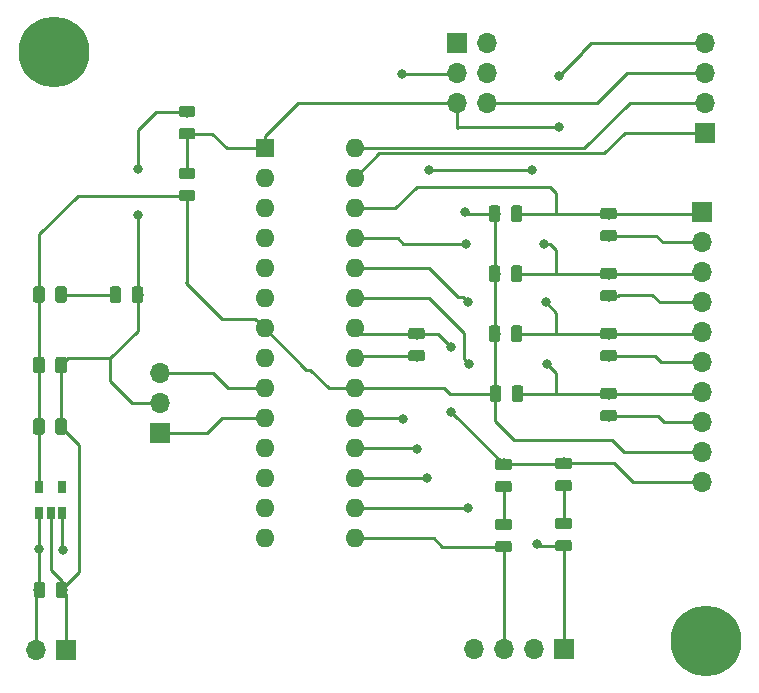
<source format=gtl>
G04 #@! TF.GenerationSoftware,KiCad,Pcbnew,(5.1.2)-1*
G04 #@! TF.CreationDate,2019-09-17T06:22:34+02:00*
G04 #@! TF.ProjectId,PiezoBedSensor,5069657a-6f42-4656-9453-656e736f722e,rev?*
G04 #@! TF.SameCoordinates,Original*
G04 #@! TF.FileFunction,Copper,L1,Top*
G04 #@! TF.FilePolarity,Positive*
%FSLAX46Y46*%
G04 Gerber Fmt 4.6, Leading zero omitted, Abs format (unit mm)*
G04 Created by KiCad (PCBNEW (5.1.2)-1) date 2019-09-17 06:22:34*
%MOMM*%
%LPD*%
G04 APERTURE LIST*
%ADD10C,6.000000*%
%ADD11C,0.100000*%
%ADD12C,0.975000*%
%ADD13O,1.700000X1.700000*%
%ADD14R,1.700000X1.700000*%
%ADD15R,0.650000X1.060000*%
%ADD16O,1.600000X1.600000*%
%ADD17R,1.600000X1.600000*%
%ADD18C,0.800000*%
%ADD19C,0.250000*%
G04 APERTURE END LIST*
D10*
X100457000Y-55880000D03*
X155702000Y-105791000D03*
D11*
G36*
X112240142Y-60473674D02*
G01*
X112263803Y-60477184D01*
X112287007Y-60482996D01*
X112309529Y-60491054D01*
X112331153Y-60501282D01*
X112351670Y-60513579D01*
X112370883Y-60527829D01*
X112388607Y-60543893D01*
X112404671Y-60561617D01*
X112418921Y-60580830D01*
X112431218Y-60601347D01*
X112441446Y-60622971D01*
X112449504Y-60645493D01*
X112455316Y-60668697D01*
X112458826Y-60692358D01*
X112460000Y-60716250D01*
X112460000Y-61203750D01*
X112458826Y-61227642D01*
X112455316Y-61251303D01*
X112449504Y-61274507D01*
X112441446Y-61297029D01*
X112431218Y-61318653D01*
X112418921Y-61339170D01*
X112404671Y-61358383D01*
X112388607Y-61376107D01*
X112370883Y-61392171D01*
X112351670Y-61406421D01*
X112331153Y-61418718D01*
X112309529Y-61428946D01*
X112287007Y-61437004D01*
X112263803Y-61442816D01*
X112240142Y-61446326D01*
X112216250Y-61447500D01*
X111303750Y-61447500D01*
X111279858Y-61446326D01*
X111256197Y-61442816D01*
X111232993Y-61437004D01*
X111210471Y-61428946D01*
X111188847Y-61418718D01*
X111168330Y-61406421D01*
X111149117Y-61392171D01*
X111131393Y-61376107D01*
X111115329Y-61358383D01*
X111101079Y-61339170D01*
X111088782Y-61318653D01*
X111078554Y-61297029D01*
X111070496Y-61274507D01*
X111064684Y-61251303D01*
X111061174Y-61227642D01*
X111060000Y-61203750D01*
X111060000Y-60716250D01*
X111061174Y-60692358D01*
X111064684Y-60668697D01*
X111070496Y-60645493D01*
X111078554Y-60622971D01*
X111088782Y-60601347D01*
X111101079Y-60580830D01*
X111115329Y-60561617D01*
X111131393Y-60543893D01*
X111149117Y-60527829D01*
X111168330Y-60513579D01*
X111188847Y-60501282D01*
X111210471Y-60491054D01*
X111232993Y-60482996D01*
X111256197Y-60477184D01*
X111279858Y-60473674D01*
X111303750Y-60472500D01*
X112216250Y-60472500D01*
X112240142Y-60473674D01*
X112240142Y-60473674D01*
G37*
D12*
X111760000Y-60960000D03*
D11*
G36*
X112240142Y-62348674D02*
G01*
X112263803Y-62352184D01*
X112287007Y-62357996D01*
X112309529Y-62366054D01*
X112331153Y-62376282D01*
X112351670Y-62388579D01*
X112370883Y-62402829D01*
X112388607Y-62418893D01*
X112404671Y-62436617D01*
X112418921Y-62455830D01*
X112431218Y-62476347D01*
X112441446Y-62497971D01*
X112449504Y-62520493D01*
X112455316Y-62543697D01*
X112458826Y-62567358D01*
X112460000Y-62591250D01*
X112460000Y-63078750D01*
X112458826Y-63102642D01*
X112455316Y-63126303D01*
X112449504Y-63149507D01*
X112441446Y-63172029D01*
X112431218Y-63193653D01*
X112418921Y-63214170D01*
X112404671Y-63233383D01*
X112388607Y-63251107D01*
X112370883Y-63267171D01*
X112351670Y-63281421D01*
X112331153Y-63293718D01*
X112309529Y-63303946D01*
X112287007Y-63312004D01*
X112263803Y-63317816D01*
X112240142Y-63321326D01*
X112216250Y-63322500D01*
X111303750Y-63322500D01*
X111279858Y-63321326D01*
X111256197Y-63317816D01*
X111232993Y-63312004D01*
X111210471Y-63303946D01*
X111188847Y-63293718D01*
X111168330Y-63281421D01*
X111149117Y-63267171D01*
X111131393Y-63251107D01*
X111115329Y-63233383D01*
X111101079Y-63214170D01*
X111088782Y-63193653D01*
X111078554Y-63172029D01*
X111070496Y-63149507D01*
X111064684Y-63126303D01*
X111061174Y-63102642D01*
X111060000Y-63078750D01*
X111060000Y-62591250D01*
X111061174Y-62567358D01*
X111064684Y-62543697D01*
X111070496Y-62520493D01*
X111078554Y-62497971D01*
X111088782Y-62476347D01*
X111101079Y-62455830D01*
X111115329Y-62436617D01*
X111131393Y-62418893D01*
X111149117Y-62402829D01*
X111168330Y-62388579D01*
X111188847Y-62376282D01*
X111210471Y-62366054D01*
X111232993Y-62357996D01*
X111256197Y-62352184D01*
X111279858Y-62348674D01*
X111303750Y-62347500D01*
X112216250Y-62347500D01*
X112240142Y-62348674D01*
X112240142Y-62348674D01*
G37*
D12*
X111760000Y-62835000D03*
D11*
G36*
X131671142Y-79269674D02*
G01*
X131694803Y-79273184D01*
X131718007Y-79278996D01*
X131740529Y-79287054D01*
X131762153Y-79297282D01*
X131782670Y-79309579D01*
X131801883Y-79323829D01*
X131819607Y-79339893D01*
X131835671Y-79357617D01*
X131849921Y-79376830D01*
X131862218Y-79397347D01*
X131872446Y-79418971D01*
X131880504Y-79441493D01*
X131886316Y-79464697D01*
X131889826Y-79488358D01*
X131891000Y-79512250D01*
X131891000Y-79999750D01*
X131889826Y-80023642D01*
X131886316Y-80047303D01*
X131880504Y-80070507D01*
X131872446Y-80093029D01*
X131862218Y-80114653D01*
X131849921Y-80135170D01*
X131835671Y-80154383D01*
X131819607Y-80172107D01*
X131801883Y-80188171D01*
X131782670Y-80202421D01*
X131762153Y-80214718D01*
X131740529Y-80224946D01*
X131718007Y-80233004D01*
X131694803Y-80238816D01*
X131671142Y-80242326D01*
X131647250Y-80243500D01*
X130734750Y-80243500D01*
X130710858Y-80242326D01*
X130687197Y-80238816D01*
X130663993Y-80233004D01*
X130641471Y-80224946D01*
X130619847Y-80214718D01*
X130599330Y-80202421D01*
X130580117Y-80188171D01*
X130562393Y-80172107D01*
X130546329Y-80154383D01*
X130532079Y-80135170D01*
X130519782Y-80114653D01*
X130509554Y-80093029D01*
X130501496Y-80070507D01*
X130495684Y-80047303D01*
X130492174Y-80023642D01*
X130491000Y-79999750D01*
X130491000Y-79512250D01*
X130492174Y-79488358D01*
X130495684Y-79464697D01*
X130501496Y-79441493D01*
X130509554Y-79418971D01*
X130519782Y-79397347D01*
X130532079Y-79376830D01*
X130546329Y-79357617D01*
X130562393Y-79339893D01*
X130580117Y-79323829D01*
X130599330Y-79309579D01*
X130619847Y-79297282D01*
X130641471Y-79287054D01*
X130663993Y-79278996D01*
X130687197Y-79273184D01*
X130710858Y-79269674D01*
X130734750Y-79268500D01*
X131647250Y-79268500D01*
X131671142Y-79269674D01*
X131671142Y-79269674D01*
G37*
D12*
X131191000Y-79756000D03*
D11*
G36*
X131671142Y-81144674D02*
G01*
X131694803Y-81148184D01*
X131718007Y-81153996D01*
X131740529Y-81162054D01*
X131762153Y-81172282D01*
X131782670Y-81184579D01*
X131801883Y-81198829D01*
X131819607Y-81214893D01*
X131835671Y-81232617D01*
X131849921Y-81251830D01*
X131862218Y-81272347D01*
X131872446Y-81293971D01*
X131880504Y-81316493D01*
X131886316Y-81339697D01*
X131889826Y-81363358D01*
X131891000Y-81387250D01*
X131891000Y-81874750D01*
X131889826Y-81898642D01*
X131886316Y-81922303D01*
X131880504Y-81945507D01*
X131872446Y-81968029D01*
X131862218Y-81989653D01*
X131849921Y-82010170D01*
X131835671Y-82029383D01*
X131819607Y-82047107D01*
X131801883Y-82063171D01*
X131782670Y-82077421D01*
X131762153Y-82089718D01*
X131740529Y-82099946D01*
X131718007Y-82108004D01*
X131694803Y-82113816D01*
X131671142Y-82117326D01*
X131647250Y-82118500D01*
X130734750Y-82118500D01*
X130710858Y-82117326D01*
X130687197Y-82113816D01*
X130663993Y-82108004D01*
X130641471Y-82099946D01*
X130619847Y-82089718D01*
X130599330Y-82077421D01*
X130580117Y-82063171D01*
X130562393Y-82047107D01*
X130546329Y-82029383D01*
X130532079Y-82010170D01*
X130519782Y-81989653D01*
X130509554Y-81968029D01*
X130501496Y-81945507D01*
X130495684Y-81922303D01*
X130492174Y-81898642D01*
X130491000Y-81874750D01*
X130491000Y-81387250D01*
X130492174Y-81363358D01*
X130495684Y-81339697D01*
X130501496Y-81316493D01*
X130509554Y-81293971D01*
X130519782Y-81272347D01*
X130532079Y-81251830D01*
X130546329Y-81232617D01*
X130562393Y-81214893D01*
X130580117Y-81198829D01*
X130599330Y-81184579D01*
X130619847Y-81172282D01*
X130641471Y-81162054D01*
X130663993Y-81153996D01*
X130687197Y-81148184D01*
X130710858Y-81144674D01*
X130734750Y-81143500D01*
X131647250Y-81143500D01*
X131671142Y-81144674D01*
X131671142Y-81144674D01*
G37*
D12*
X131191000Y-81631000D03*
D11*
G36*
X101359642Y-81724174D02*
G01*
X101383303Y-81727684D01*
X101406507Y-81733496D01*
X101429029Y-81741554D01*
X101450653Y-81751782D01*
X101471170Y-81764079D01*
X101490383Y-81778329D01*
X101508107Y-81794393D01*
X101524171Y-81812117D01*
X101538421Y-81831330D01*
X101550718Y-81851847D01*
X101560946Y-81873471D01*
X101569004Y-81895993D01*
X101574816Y-81919197D01*
X101578326Y-81942858D01*
X101579500Y-81966750D01*
X101579500Y-82879250D01*
X101578326Y-82903142D01*
X101574816Y-82926803D01*
X101569004Y-82950007D01*
X101560946Y-82972529D01*
X101550718Y-82994153D01*
X101538421Y-83014670D01*
X101524171Y-83033883D01*
X101508107Y-83051607D01*
X101490383Y-83067671D01*
X101471170Y-83081921D01*
X101450653Y-83094218D01*
X101429029Y-83104446D01*
X101406507Y-83112504D01*
X101383303Y-83118316D01*
X101359642Y-83121826D01*
X101335750Y-83123000D01*
X100848250Y-83123000D01*
X100824358Y-83121826D01*
X100800697Y-83118316D01*
X100777493Y-83112504D01*
X100754971Y-83104446D01*
X100733347Y-83094218D01*
X100712830Y-83081921D01*
X100693617Y-83067671D01*
X100675893Y-83051607D01*
X100659829Y-83033883D01*
X100645579Y-83014670D01*
X100633282Y-82994153D01*
X100623054Y-82972529D01*
X100614996Y-82950007D01*
X100609184Y-82926803D01*
X100605674Y-82903142D01*
X100604500Y-82879250D01*
X100604500Y-81966750D01*
X100605674Y-81942858D01*
X100609184Y-81919197D01*
X100614996Y-81895993D01*
X100623054Y-81873471D01*
X100633282Y-81851847D01*
X100645579Y-81831330D01*
X100659829Y-81812117D01*
X100675893Y-81794393D01*
X100693617Y-81778329D01*
X100712830Y-81764079D01*
X100733347Y-81751782D01*
X100754971Y-81741554D01*
X100777493Y-81733496D01*
X100800697Y-81727684D01*
X100824358Y-81724174D01*
X100848250Y-81723000D01*
X101335750Y-81723000D01*
X101359642Y-81724174D01*
X101359642Y-81724174D01*
G37*
D12*
X101092000Y-82423000D03*
D11*
G36*
X99484642Y-81724174D02*
G01*
X99508303Y-81727684D01*
X99531507Y-81733496D01*
X99554029Y-81741554D01*
X99575653Y-81751782D01*
X99596170Y-81764079D01*
X99615383Y-81778329D01*
X99633107Y-81794393D01*
X99649171Y-81812117D01*
X99663421Y-81831330D01*
X99675718Y-81851847D01*
X99685946Y-81873471D01*
X99694004Y-81895993D01*
X99699816Y-81919197D01*
X99703326Y-81942858D01*
X99704500Y-81966750D01*
X99704500Y-82879250D01*
X99703326Y-82903142D01*
X99699816Y-82926803D01*
X99694004Y-82950007D01*
X99685946Y-82972529D01*
X99675718Y-82994153D01*
X99663421Y-83014670D01*
X99649171Y-83033883D01*
X99633107Y-83051607D01*
X99615383Y-83067671D01*
X99596170Y-83081921D01*
X99575653Y-83094218D01*
X99554029Y-83104446D01*
X99531507Y-83112504D01*
X99508303Y-83118316D01*
X99484642Y-83121826D01*
X99460750Y-83123000D01*
X98973250Y-83123000D01*
X98949358Y-83121826D01*
X98925697Y-83118316D01*
X98902493Y-83112504D01*
X98879971Y-83104446D01*
X98858347Y-83094218D01*
X98837830Y-83081921D01*
X98818617Y-83067671D01*
X98800893Y-83051607D01*
X98784829Y-83033883D01*
X98770579Y-83014670D01*
X98758282Y-82994153D01*
X98748054Y-82972529D01*
X98739996Y-82950007D01*
X98734184Y-82926803D01*
X98730674Y-82903142D01*
X98729500Y-82879250D01*
X98729500Y-81966750D01*
X98730674Y-81942858D01*
X98734184Y-81919197D01*
X98739996Y-81895993D01*
X98748054Y-81873471D01*
X98758282Y-81851847D01*
X98770579Y-81831330D01*
X98784829Y-81812117D01*
X98800893Y-81794393D01*
X98818617Y-81778329D01*
X98837830Y-81764079D01*
X98858347Y-81751782D01*
X98879971Y-81741554D01*
X98902493Y-81733496D01*
X98925697Y-81727684D01*
X98949358Y-81724174D01*
X98973250Y-81723000D01*
X99460750Y-81723000D01*
X99484642Y-81724174D01*
X99484642Y-81724174D01*
G37*
D12*
X99217000Y-82423000D03*
D11*
G36*
X101359642Y-86931174D02*
G01*
X101383303Y-86934684D01*
X101406507Y-86940496D01*
X101429029Y-86948554D01*
X101450653Y-86958782D01*
X101471170Y-86971079D01*
X101490383Y-86985329D01*
X101508107Y-87001393D01*
X101524171Y-87019117D01*
X101538421Y-87038330D01*
X101550718Y-87058847D01*
X101560946Y-87080471D01*
X101569004Y-87102993D01*
X101574816Y-87126197D01*
X101578326Y-87149858D01*
X101579500Y-87173750D01*
X101579500Y-88086250D01*
X101578326Y-88110142D01*
X101574816Y-88133803D01*
X101569004Y-88157007D01*
X101560946Y-88179529D01*
X101550718Y-88201153D01*
X101538421Y-88221670D01*
X101524171Y-88240883D01*
X101508107Y-88258607D01*
X101490383Y-88274671D01*
X101471170Y-88288921D01*
X101450653Y-88301218D01*
X101429029Y-88311446D01*
X101406507Y-88319504D01*
X101383303Y-88325316D01*
X101359642Y-88328826D01*
X101335750Y-88330000D01*
X100848250Y-88330000D01*
X100824358Y-88328826D01*
X100800697Y-88325316D01*
X100777493Y-88319504D01*
X100754971Y-88311446D01*
X100733347Y-88301218D01*
X100712830Y-88288921D01*
X100693617Y-88274671D01*
X100675893Y-88258607D01*
X100659829Y-88240883D01*
X100645579Y-88221670D01*
X100633282Y-88201153D01*
X100623054Y-88179529D01*
X100614996Y-88157007D01*
X100609184Y-88133803D01*
X100605674Y-88110142D01*
X100604500Y-88086250D01*
X100604500Y-87173750D01*
X100605674Y-87149858D01*
X100609184Y-87126197D01*
X100614996Y-87102993D01*
X100623054Y-87080471D01*
X100633282Y-87058847D01*
X100645579Y-87038330D01*
X100659829Y-87019117D01*
X100675893Y-87001393D01*
X100693617Y-86985329D01*
X100712830Y-86971079D01*
X100733347Y-86958782D01*
X100754971Y-86948554D01*
X100777493Y-86940496D01*
X100800697Y-86934684D01*
X100824358Y-86931174D01*
X100848250Y-86930000D01*
X101335750Y-86930000D01*
X101359642Y-86931174D01*
X101359642Y-86931174D01*
G37*
D12*
X101092000Y-87630000D03*
D11*
G36*
X99484642Y-86931174D02*
G01*
X99508303Y-86934684D01*
X99531507Y-86940496D01*
X99554029Y-86948554D01*
X99575653Y-86958782D01*
X99596170Y-86971079D01*
X99615383Y-86985329D01*
X99633107Y-87001393D01*
X99649171Y-87019117D01*
X99663421Y-87038330D01*
X99675718Y-87058847D01*
X99685946Y-87080471D01*
X99694004Y-87102993D01*
X99699816Y-87126197D01*
X99703326Y-87149858D01*
X99704500Y-87173750D01*
X99704500Y-88086250D01*
X99703326Y-88110142D01*
X99699816Y-88133803D01*
X99694004Y-88157007D01*
X99685946Y-88179529D01*
X99675718Y-88201153D01*
X99663421Y-88221670D01*
X99649171Y-88240883D01*
X99633107Y-88258607D01*
X99615383Y-88274671D01*
X99596170Y-88288921D01*
X99575653Y-88301218D01*
X99554029Y-88311446D01*
X99531507Y-88319504D01*
X99508303Y-88325316D01*
X99484642Y-88328826D01*
X99460750Y-88330000D01*
X98973250Y-88330000D01*
X98949358Y-88328826D01*
X98925697Y-88325316D01*
X98902493Y-88319504D01*
X98879971Y-88311446D01*
X98858347Y-88301218D01*
X98837830Y-88288921D01*
X98818617Y-88274671D01*
X98800893Y-88258607D01*
X98784829Y-88240883D01*
X98770579Y-88221670D01*
X98758282Y-88201153D01*
X98748054Y-88179529D01*
X98739996Y-88157007D01*
X98734184Y-88133803D01*
X98730674Y-88110142D01*
X98729500Y-88086250D01*
X98729500Y-87173750D01*
X98730674Y-87149858D01*
X98734184Y-87126197D01*
X98739996Y-87102993D01*
X98748054Y-87080471D01*
X98758282Y-87058847D01*
X98770579Y-87038330D01*
X98784829Y-87019117D01*
X98800893Y-87001393D01*
X98818617Y-86985329D01*
X98837830Y-86971079D01*
X98858347Y-86958782D01*
X98879971Y-86948554D01*
X98902493Y-86940496D01*
X98925697Y-86934684D01*
X98949358Y-86931174D01*
X98973250Y-86930000D01*
X99460750Y-86930000D01*
X99484642Y-86931174D01*
X99484642Y-86931174D01*
G37*
D12*
X99217000Y-87630000D03*
D11*
G36*
X101408142Y-100774174D02*
G01*
X101431803Y-100777684D01*
X101455007Y-100783496D01*
X101477529Y-100791554D01*
X101499153Y-100801782D01*
X101519670Y-100814079D01*
X101538883Y-100828329D01*
X101556607Y-100844393D01*
X101572671Y-100862117D01*
X101586921Y-100881330D01*
X101599218Y-100901847D01*
X101609446Y-100923471D01*
X101617504Y-100945993D01*
X101623316Y-100969197D01*
X101626826Y-100992858D01*
X101628000Y-101016750D01*
X101628000Y-101929250D01*
X101626826Y-101953142D01*
X101623316Y-101976803D01*
X101617504Y-102000007D01*
X101609446Y-102022529D01*
X101599218Y-102044153D01*
X101586921Y-102064670D01*
X101572671Y-102083883D01*
X101556607Y-102101607D01*
X101538883Y-102117671D01*
X101519670Y-102131921D01*
X101499153Y-102144218D01*
X101477529Y-102154446D01*
X101455007Y-102162504D01*
X101431803Y-102168316D01*
X101408142Y-102171826D01*
X101384250Y-102173000D01*
X100896750Y-102173000D01*
X100872858Y-102171826D01*
X100849197Y-102168316D01*
X100825993Y-102162504D01*
X100803471Y-102154446D01*
X100781847Y-102144218D01*
X100761330Y-102131921D01*
X100742117Y-102117671D01*
X100724393Y-102101607D01*
X100708329Y-102083883D01*
X100694079Y-102064670D01*
X100681782Y-102044153D01*
X100671554Y-102022529D01*
X100663496Y-102000007D01*
X100657684Y-101976803D01*
X100654174Y-101953142D01*
X100653000Y-101929250D01*
X100653000Y-101016750D01*
X100654174Y-100992858D01*
X100657684Y-100969197D01*
X100663496Y-100945993D01*
X100671554Y-100923471D01*
X100681782Y-100901847D01*
X100694079Y-100881330D01*
X100708329Y-100862117D01*
X100724393Y-100844393D01*
X100742117Y-100828329D01*
X100761330Y-100814079D01*
X100781847Y-100801782D01*
X100803471Y-100791554D01*
X100825993Y-100783496D01*
X100849197Y-100777684D01*
X100872858Y-100774174D01*
X100896750Y-100773000D01*
X101384250Y-100773000D01*
X101408142Y-100774174D01*
X101408142Y-100774174D01*
G37*
D12*
X101140500Y-101473000D03*
D11*
G36*
X99533142Y-100774174D02*
G01*
X99556803Y-100777684D01*
X99580007Y-100783496D01*
X99602529Y-100791554D01*
X99624153Y-100801782D01*
X99644670Y-100814079D01*
X99663883Y-100828329D01*
X99681607Y-100844393D01*
X99697671Y-100862117D01*
X99711921Y-100881330D01*
X99724218Y-100901847D01*
X99734446Y-100923471D01*
X99742504Y-100945993D01*
X99748316Y-100969197D01*
X99751826Y-100992858D01*
X99753000Y-101016750D01*
X99753000Y-101929250D01*
X99751826Y-101953142D01*
X99748316Y-101976803D01*
X99742504Y-102000007D01*
X99734446Y-102022529D01*
X99724218Y-102044153D01*
X99711921Y-102064670D01*
X99697671Y-102083883D01*
X99681607Y-102101607D01*
X99663883Y-102117671D01*
X99644670Y-102131921D01*
X99624153Y-102144218D01*
X99602529Y-102154446D01*
X99580007Y-102162504D01*
X99556803Y-102168316D01*
X99533142Y-102171826D01*
X99509250Y-102173000D01*
X99021750Y-102173000D01*
X98997858Y-102171826D01*
X98974197Y-102168316D01*
X98950993Y-102162504D01*
X98928471Y-102154446D01*
X98906847Y-102144218D01*
X98886330Y-102131921D01*
X98867117Y-102117671D01*
X98849393Y-102101607D01*
X98833329Y-102083883D01*
X98819079Y-102064670D01*
X98806782Y-102044153D01*
X98796554Y-102022529D01*
X98788496Y-102000007D01*
X98782684Y-101976803D01*
X98779174Y-101953142D01*
X98778000Y-101929250D01*
X98778000Y-101016750D01*
X98779174Y-100992858D01*
X98782684Y-100969197D01*
X98788496Y-100945993D01*
X98796554Y-100923471D01*
X98806782Y-100901847D01*
X98819079Y-100881330D01*
X98833329Y-100862117D01*
X98849393Y-100844393D01*
X98867117Y-100828329D01*
X98886330Y-100814079D01*
X98906847Y-100801782D01*
X98928471Y-100791554D01*
X98950993Y-100783496D01*
X98974197Y-100777684D01*
X98997858Y-100774174D01*
X99021750Y-100773000D01*
X99509250Y-100773000D01*
X99533142Y-100774174D01*
X99533142Y-100774174D01*
G37*
D12*
X99265500Y-101473000D03*
D13*
X109474000Y-83058000D03*
X109474000Y-85598000D03*
D14*
X109474000Y-88138000D03*
D15*
X99253000Y-92753000D03*
X101153000Y-92753000D03*
X101153000Y-94953000D03*
X100203000Y-94953000D03*
X99253000Y-94953000D03*
D16*
X125960000Y-64055000D03*
X118340000Y-97075000D03*
X125960000Y-66595000D03*
X118340000Y-94535000D03*
X125960000Y-69135000D03*
X118340000Y-91995000D03*
X125960000Y-71675000D03*
X118340000Y-89455000D03*
X125960000Y-74215000D03*
X118340000Y-86915000D03*
X125960000Y-76755000D03*
X118340000Y-84375000D03*
X125960000Y-79295000D03*
X118340000Y-81835000D03*
X125960000Y-81835000D03*
X118340000Y-79295000D03*
X125960000Y-84375000D03*
X118340000Y-76755000D03*
X125960000Y-86915000D03*
X118340000Y-74215000D03*
X125960000Y-89455000D03*
X118340000Y-71675000D03*
X125960000Y-91995000D03*
X118340000Y-69135000D03*
X125960000Y-94535000D03*
X118340000Y-66595000D03*
X125960000Y-97075000D03*
D17*
X118340000Y-64055000D03*
D11*
G36*
X147927142Y-84349674D02*
G01*
X147950803Y-84353184D01*
X147974007Y-84358996D01*
X147996529Y-84367054D01*
X148018153Y-84377282D01*
X148038670Y-84389579D01*
X148057883Y-84403829D01*
X148075607Y-84419893D01*
X148091671Y-84437617D01*
X148105921Y-84456830D01*
X148118218Y-84477347D01*
X148128446Y-84498971D01*
X148136504Y-84521493D01*
X148142316Y-84544697D01*
X148145826Y-84568358D01*
X148147000Y-84592250D01*
X148147000Y-85079750D01*
X148145826Y-85103642D01*
X148142316Y-85127303D01*
X148136504Y-85150507D01*
X148128446Y-85173029D01*
X148118218Y-85194653D01*
X148105921Y-85215170D01*
X148091671Y-85234383D01*
X148075607Y-85252107D01*
X148057883Y-85268171D01*
X148038670Y-85282421D01*
X148018153Y-85294718D01*
X147996529Y-85304946D01*
X147974007Y-85313004D01*
X147950803Y-85318816D01*
X147927142Y-85322326D01*
X147903250Y-85323500D01*
X146990750Y-85323500D01*
X146966858Y-85322326D01*
X146943197Y-85318816D01*
X146919993Y-85313004D01*
X146897471Y-85304946D01*
X146875847Y-85294718D01*
X146855330Y-85282421D01*
X146836117Y-85268171D01*
X146818393Y-85252107D01*
X146802329Y-85234383D01*
X146788079Y-85215170D01*
X146775782Y-85194653D01*
X146765554Y-85173029D01*
X146757496Y-85150507D01*
X146751684Y-85127303D01*
X146748174Y-85103642D01*
X146747000Y-85079750D01*
X146747000Y-84592250D01*
X146748174Y-84568358D01*
X146751684Y-84544697D01*
X146757496Y-84521493D01*
X146765554Y-84498971D01*
X146775782Y-84477347D01*
X146788079Y-84456830D01*
X146802329Y-84437617D01*
X146818393Y-84419893D01*
X146836117Y-84403829D01*
X146855330Y-84389579D01*
X146875847Y-84377282D01*
X146897471Y-84367054D01*
X146919993Y-84358996D01*
X146943197Y-84353184D01*
X146966858Y-84349674D01*
X146990750Y-84348500D01*
X147903250Y-84348500D01*
X147927142Y-84349674D01*
X147927142Y-84349674D01*
G37*
D12*
X147447000Y-84836000D03*
D11*
G36*
X147927142Y-86224674D02*
G01*
X147950803Y-86228184D01*
X147974007Y-86233996D01*
X147996529Y-86242054D01*
X148018153Y-86252282D01*
X148038670Y-86264579D01*
X148057883Y-86278829D01*
X148075607Y-86294893D01*
X148091671Y-86312617D01*
X148105921Y-86331830D01*
X148118218Y-86352347D01*
X148128446Y-86373971D01*
X148136504Y-86396493D01*
X148142316Y-86419697D01*
X148145826Y-86443358D01*
X148147000Y-86467250D01*
X148147000Y-86954750D01*
X148145826Y-86978642D01*
X148142316Y-87002303D01*
X148136504Y-87025507D01*
X148128446Y-87048029D01*
X148118218Y-87069653D01*
X148105921Y-87090170D01*
X148091671Y-87109383D01*
X148075607Y-87127107D01*
X148057883Y-87143171D01*
X148038670Y-87157421D01*
X148018153Y-87169718D01*
X147996529Y-87179946D01*
X147974007Y-87188004D01*
X147950803Y-87193816D01*
X147927142Y-87197326D01*
X147903250Y-87198500D01*
X146990750Y-87198500D01*
X146966858Y-87197326D01*
X146943197Y-87193816D01*
X146919993Y-87188004D01*
X146897471Y-87179946D01*
X146875847Y-87169718D01*
X146855330Y-87157421D01*
X146836117Y-87143171D01*
X146818393Y-87127107D01*
X146802329Y-87109383D01*
X146788079Y-87090170D01*
X146775782Y-87069653D01*
X146765554Y-87048029D01*
X146757496Y-87025507D01*
X146751684Y-87002303D01*
X146748174Y-86978642D01*
X146747000Y-86954750D01*
X146747000Y-86467250D01*
X146748174Y-86443358D01*
X146751684Y-86419697D01*
X146757496Y-86396493D01*
X146765554Y-86373971D01*
X146775782Y-86352347D01*
X146788079Y-86331830D01*
X146802329Y-86312617D01*
X146818393Y-86294893D01*
X146836117Y-86278829D01*
X146855330Y-86264579D01*
X146875847Y-86252282D01*
X146897471Y-86242054D01*
X146919993Y-86233996D01*
X146943197Y-86228184D01*
X146966858Y-86224674D01*
X146990750Y-86223500D01*
X147903250Y-86223500D01*
X147927142Y-86224674D01*
X147927142Y-86224674D01*
G37*
D12*
X147447000Y-86711000D03*
D11*
G36*
X147927142Y-79269674D02*
G01*
X147950803Y-79273184D01*
X147974007Y-79278996D01*
X147996529Y-79287054D01*
X148018153Y-79297282D01*
X148038670Y-79309579D01*
X148057883Y-79323829D01*
X148075607Y-79339893D01*
X148091671Y-79357617D01*
X148105921Y-79376830D01*
X148118218Y-79397347D01*
X148128446Y-79418971D01*
X148136504Y-79441493D01*
X148142316Y-79464697D01*
X148145826Y-79488358D01*
X148147000Y-79512250D01*
X148147000Y-79999750D01*
X148145826Y-80023642D01*
X148142316Y-80047303D01*
X148136504Y-80070507D01*
X148128446Y-80093029D01*
X148118218Y-80114653D01*
X148105921Y-80135170D01*
X148091671Y-80154383D01*
X148075607Y-80172107D01*
X148057883Y-80188171D01*
X148038670Y-80202421D01*
X148018153Y-80214718D01*
X147996529Y-80224946D01*
X147974007Y-80233004D01*
X147950803Y-80238816D01*
X147927142Y-80242326D01*
X147903250Y-80243500D01*
X146990750Y-80243500D01*
X146966858Y-80242326D01*
X146943197Y-80238816D01*
X146919993Y-80233004D01*
X146897471Y-80224946D01*
X146875847Y-80214718D01*
X146855330Y-80202421D01*
X146836117Y-80188171D01*
X146818393Y-80172107D01*
X146802329Y-80154383D01*
X146788079Y-80135170D01*
X146775782Y-80114653D01*
X146765554Y-80093029D01*
X146757496Y-80070507D01*
X146751684Y-80047303D01*
X146748174Y-80023642D01*
X146747000Y-79999750D01*
X146747000Y-79512250D01*
X146748174Y-79488358D01*
X146751684Y-79464697D01*
X146757496Y-79441493D01*
X146765554Y-79418971D01*
X146775782Y-79397347D01*
X146788079Y-79376830D01*
X146802329Y-79357617D01*
X146818393Y-79339893D01*
X146836117Y-79323829D01*
X146855330Y-79309579D01*
X146875847Y-79297282D01*
X146897471Y-79287054D01*
X146919993Y-79278996D01*
X146943197Y-79273184D01*
X146966858Y-79269674D01*
X146990750Y-79268500D01*
X147903250Y-79268500D01*
X147927142Y-79269674D01*
X147927142Y-79269674D01*
G37*
D12*
X147447000Y-79756000D03*
D11*
G36*
X147927142Y-81144674D02*
G01*
X147950803Y-81148184D01*
X147974007Y-81153996D01*
X147996529Y-81162054D01*
X148018153Y-81172282D01*
X148038670Y-81184579D01*
X148057883Y-81198829D01*
X148075607Y-81214893D01*
X148091671Y-81232617D01*
X148105921Y-81251830D01*
X148118218Y-81272347D01*
X148128446Y-81293971D01*
X148136504Y-81316493D01*
X148142316Y-81339697D01*
X148145826Y-81363358D01*
X148147000Y-81387250D01*
X148147000Y-81874750D01*
X148145826Y-81898642D01*
X148142316Y-81922303D01*
X148136504Y-81945507D01*
X148128446Y-81968029D01*
X148118218Y-81989653D01*
X148105921Y-82010170D01*
X148091671Y-82029383D01*
X148075607Y-82047107D01*
X148057883Y-82063171D01*
X148038670Y-82077421D01*
X148018153Y-82089718D01*
X147996529Y-82099946D01*
X147974007Y-82108004D01*
X147950803Y-82113816D01*
X147927142Y-82117326D01*
X147903250Y-82118500D01*
X146990750Y-82118500D01*
X146966858Y-82117326D01*
X146943197Y-82113816D01*
X146919993Y-82108004D01*
X146897471Y-82099946D01*
X146875847Y-82089718D01*
X146855330Y-82077421D01*
X146836117Y-82063171D01*
X146818393Y-82047107D01*
X146802329Y-82029383D01*
X146788079Y-82010170D01*
X146775782Y-81989653D01*
X146765554Y-81968029D01*
X146757496Y-81945507D01*
X146751684Y-81922303D01*
X146748174Y-81898642D01*
X146747000Y-81874750D01*
X146747000Y-81387250D01*
X146748174Y-81363358D01*
X146751684Y-81339697D01*
X146757496Y-81316493D01*
X146765554Y-81293971D01*
X146775782Y-81272347D01*
X146788079Y-81251830D01*
X146802329Y-81232617D01*
X146818393Y-81214893D01*
X146836117Y-81198829D01*
X146855330Y-81184579D01*
X146875847Y-81172282D01*
X146897471Y-81162054D01*
X146919993Y-81153996D01*
X146943197Y-81148184D01*
X146966858Y-81144674D01*
X146990750Y-81143500D01*
X147903250Y-81143500D01*
X147927142Y-81144674D01*
X147927142Y-81144674D01*
G37*
D12*
X147447000Y-81631000D03*
D11*
G36*
X147927142Y-74189674D02*
G01*
X147950803Y-74193184D01*
X147974007Y-74198996D01*
X147996529Y-74207054D01*
X148018153Y-74217282D01*
X148038670Y-74229579D01*
X148057883Y-74243829D01*
X148075607Y-74259893D01*
X148091671Y-74277617D01*
X148105921Y-74296830D01*
X148118218Y-74317347D01*
X148128446Y-74338971D01*
X148136504Y-74361493D01*
X148142316Y-74384697D01*
X148145826Y-74408358D01*
X148147000Y-74432250D01*
X148147000Y-74919750D01*
X148145826Y-74943642D01*
X148142316Y-74967303D01*
X148136504Y-74990507D01*
X148128446Y-75013029D01*
X148118218Y-75034653D01*
X148105921Y-75055170D01*
X148091671Y-75074383D01*
X148075607Y-75092107D01*
X148057883Y-75108171D01*
X148038670Y-75122421D01*
X148018153Y-75134718D01*
X147996529Y-75144946D01*
X147974007Y-75153004D01*
X147950803Y-75158816D01*
X147927142Y-75162326D01*
X147903250Y-75163500D01*
X146990750Y-75163500D01*
X146966858Y-75162326D01*
X146943197Y-75158816D01*
X146919993Y-75153004D01*
X146897471Y-75144946D01*
X146875847Y-75134718D01*
X146855330Y-75122421D01*
X146836117Y-75108171D01*
X146818393Y-75092107D01*
X146802329Y-75074383D01*
X146788079Y-75055170D01*
X146775782Y-75034653D01*
X146765554Y-75013029D01*
X146757496Y-74990507D01*
X146751684Y-74967303D01*
X146748174Y-74943642D01*
X146747000Y-74919750D01*
X146747000Y-74432250D01*
X146748174Y-74408358D01*
X146751684Y-74384697D01*
X146757496Y-74361493D01*
X146765554Y-74338971D01*
X146775782Y-74317347D01*
X146788079Y-74296830D01*
X146802329Y-74277617D01*
X146818393Y-74259893D01*
X146836117Y-74243829D01*
X146855330Y-74229579D01*
X146875847Y-74217282D01*
X146897471Y-74207054D01*
X146919993Y-74198996D01*
X146943197Y-74193184D01*
X146966858Y-74189674D01*
X146990750Y-74188500D01*
X147903250Y-74188500D01*
X147927142Y-74189674D01*
X147927142Y-74189674D01*
G37*
D12*
X147447000Y-74676000D03*
D11*
G36*
X147927142Y-76064674D02*
G01*
X147950803Y-76068184D01*
X147974007Y-76073996D01*
X147996529Y-76082054D01*
X148018153Y-76092282D01*
X148038670Y-76104579D01*
X148057883Y-76118829D01*
X148075607Y-76134893D01*
X148091671Y-76152617D01*
X148105921Y-76171830D01*
X148118218Y-76192347D01*
X148128446Y-76213971D01*
X148136504Y-76236493D01*
X148142316Y-76259697D01*
X148145826Y-76283358D01*
X148147000Y-76307250D01*
X148147000Y-76794750D01*
X148145826Y-76818642D01*
X148142316Y-76842303D01*
X148136504Y-76865507D01*
X148128446Y-76888029D01*
X148118218Y-76909653D01*
X148105921Y-76930170D01*
X148091671Y-76949383D01*
X148075607Y-76967107D01*
X148057883Y-76983171D01*
X148038670Y-76997421D01*
X148018153Y-77009718D01*
X147996529Y-77019946D01*
X147974007Y-77028004D01*
X147950803Y-77033816D01*
X147927142Y-77037326D01*
X147903250Y-77038500D01*
X146990750Y-77038500D01*
X146966858Y-77037326D01*
X146943197Y-77033816D01*
X146919993Y-77028004D01*
X146897471Y-77019946D01*
X146875847Y-77009718D01*
X146855330Y-76997421D01*
X146836117Y-76983171D01*
X146818393Y-76967107D01*
X146802329Y-76949383D01*
X146788079Y-76930170D01*
X146775782Y-76909653D01*
X146765554Y-76888029D01*
X146757496Y-76865507D01*
X146751684Y-76842303D01*
X146748174Y-76818642D01*
X146747000Y-76794750D01*
X146747000Y-76307250D01*
X146748174Y-76283358D01*
X146751684Y-76259697D01*
X146757496Y-76236493D01*
X146765554Y-76213971D01*
X146775782Y-76192347D01*
X146788079Y-76171830D01*
X146802329Y-76152617D01*
X146818393Y-76134893D01*
X146836117Y-76118829D01*
X146855330Y-76104579D01*
X146875847Y-76092282D01*
X146897471Y-76082054D01*
X146919993Y-76073996D01*
X146943197Y-76068184D01*
X146966858Y-76064674D01*
X146990750Y-76063500D01*
X147903250Y-76063500D01*
X147927142Y-76064674D01*
X147927142Y-76064674D01*
G37*
D12*
X147447000Y-76551000D03*
D11*
G36*
X147927142Y-69109674D02*
G01*
X147950803Y-69113184D01*
X147974007Y-69118996D01*
X147996529Y-69127054D01*
X148018153Y-69137282D01*
X148038670Y-69149579D01*
X148057883Y-69163829D01*
X148075607Y-69179893D01*
X148091671Y-69197617D01*
X148105921Y-69216830D01*
X148118218Y-69237347D01*
X148128446Y-69258971D01*
X148136504Y-69281493D01*
X148142316Y-69304697D01*
X148145826Y-69328358D01*
X148147000Y-69352250D01*
X148147000Y-69839750D01*
X148145826Y-69863642D01*
X148142316Y-69887303D01*
X148136504Y-69910507D01*
X148128446Y-69933029D01*
X148118218Y-69954653D01*
X148105921Y-69975170D01*
X148091671Y-69994383D01*
X148075607Y-70012107D01*
X148057883Y-70028171D01*
X148038670Y-70042421D01*
X148018153Y-70054718D01*
X147996529Y-70064946D01*
X147974007Y-70073004D01*
X147950803Y-70078816D01*
X147927142Y-70082326D01*
X147903250Y-70083500D01*
X146990750Y-70083500D01*
X146966858Y-70082326D01*
X146943197Y-70078816D01*
X146919993Y-70073004D01*
X146897471Y-70064946D01*
X146875847Y-70054718D01*
X146855330Y-70042421D01*
X146836117Y-70028171D01*
X146818393Y-70012107D01*
X146802329Y-69994383D01*
X146788079Y-69975170D01*
X146775782Y-69954653D01*
X146765554Y-69933029D01*
X146757496Y-69910507D01*
X146751684Y-69887303D01*
X146748174Y-69863642D01*
X146747000Y-69839750D01*
X146747000Y-69352250D01*
X146748174Y-69328358D01*
X146751684Y-69304697D01*
X146757496Y-69281493D01*
X146765554Y-69258971D01*
X146775782Y-69237347D01*
X146788079Y-69216830D01*
X146802329Y-69197617D01*
X146818393Y-69179893D01*
X146836117Y-69163829D01*
X146855330Y-69149579D01*
X146875847Y-69137282D01*
X146897471Y-69127054D01*
X146919993Y-69118996D01*
X146943197Y-69113184D01*
X146966858Y-69109674D01*
X146990750Y-69108500D01*
X147903250Y-69108500D01*
X147927142Y-69109674D01*
X147927142Y-69109674D01*
G37*
D12*
X147447000Y-69596000D03*
D11*
G36*
X147927142Y-70984674D02*
G01*
X147950803Y-70988184D01*
X147974007Y-70993996D01*
X147996529Y-71002054D01*
X148018153Y-71012282D01*
X148038670Y-71024579D01*
X148057883Y-71038829D01*
X148075607Y-71054893D01*
X148091671Y-71072617D01*
X148105921Y-71091830D01*
X148118218Y-71112347D01*
X148128446Y-71133971D01*
X148136504Y-71156493D01*
X148142316Y-71179697D01*
X148145826Y-71203358D01*
X148147000Y-71227250D01*
X148147000Y-71714750D01*
X148145826Y-71738642D01*
X148142316Y-71762303D01*
X148136504Y-71785507D01*
X148128446Y-71808029D01*
X148118218Y-71829653D01*
X148105921Y-71850170D01*
X148091671Y-71869383D01*
X148075607Y-71887107D01*
X148057883Y-71903171D01*
X148038670Y-71917421D01*
X148018153Y-71929718D01*
X147996529Y-71939946D01*
X147974007Y-71948004D01*
X147950803Y-71953816D01*
X147927142Y-71957326D01*
X147903250Y-71958500D01*
X146990750Y-71958500D01*
X146966858Y-71957326D01*
X146943197Y-71953816D01*
X146919993Y-71948004D01*
X146897471Y-71939946D01*
X146875847Y-71929718D01*
X146855330Y-71917421D01*
X146836117Y-71903171D01*
X146818393Y-71887107D01*
X146802329Y-71869383D01*
X146788079Y-71850170D01*
X146775782Y-71829653D01*
X146765554Y-71808029D01*
X146757496Y-71785507D01*
X146751684Y-71762303D01*
X146748174Y-71738642D01*
X146747000Y-71714750D01*
X146747000Y-71227250D01*
X146748174Y-71203358D01*
X146751684Y-71179697D01*
X146757496Y-71156493D01*
X146765554Y-71133971D01*
X146775782Y-71112347D01*
X146788079Y-71091830D01*
X146802329Y-71072617D01*
X146818393Y-71054893D01*
X146836117Y-71038829D01*
X146855330Y-71024579D01*
X146875847Y-71012282D01*
X146897471Y-71002054D01*
X146919993Y-70993996D01*
X146943197Y-70988184D01*
X146966858Y-70984674D01*
X146990750Y-70983500D01*
X147903250Y-70983500D01*
X147927142Y-70984674D01*
X147927142Y-70984674D01*
G37*
D12*
X147447000Y-71471000D03*
D11*
G36*
X138141142Y-84137174D02*
G01*
X138164803Y-84140684D01*
X138188007Y-84146496D01*
X138210529Y-84154554D01*
X138232153Y-84164782D01*
X138252670Y-84177079D01*
X138271883Y-84191329D01*
X138289607Y-84207393D01*
X138305671Y-84225117D01*
X138319921Y-84244330D01*
X138332218Y-84264847D01*
X138342446Y-84286471D01*
X138350504Y-84308993D01*
X138356316Y-84332197D01*
X138359826Y-84355858D01*
X138361000Y-84379750D01*
X138361000Y-85292250D01*
X138359826Y-85316142D01*
X138356316Y-85339803D01*
X138350504Y-85363007D01*
X138342446Y-85385529D01*
X138332218Y-85407153D01*
X138319921Y-85427670D01*
X138305671Y-85446883D01*
X138289607Y-85464607D01*
X138271883Y-85480671D01*
X138252670Y-85494921D01*
X138232153Y-85507218D01*
X138210529Y-85517446D01*
X138188007Y-85525504D01*
X138164803Y-85531316D01*
X138141142Y-85534826D01*
X138117250Y-85536000D01*
X137629750Y-85536000D01*
X137605858Y-85534826D01*
X137582197Y-85531316D01*
X137558993Y-85525504D01*
X137536471Y-85517446D01*
X137514847Y-85507218D01*
X137494330Y-85494921D01*
X137475117Y-85480671D01*
X137457393Y-85464607D01*
X137441329Y-85446883D01*
X137427079Y-85427670D01*
X137414782Y-85407153D01*
X137404554Y-85385529D01*
X137396496Y-85363007D01*
X137390684Y-85339803D01*
X137387174Y-85316142D01*
X137386000Y-85292250D01*
X137386000Y-84379750D01*
X137387174Y-84355858D01*
X137390684Y-84332197D01*
X137396496Y-84308993D01*
X137404554Y-84286471D01*
X137414782Y-84264847D01*
X137427079Y-84244330D01*
X137441329Y-84225117D01*
X137457393Y-84207393D01*
X137475117Y-84191329D01*
X137494330Y-84177079D01*
X137514847Y-84164782D01*
X137536471Y-84154554D01*
X137558993Y-84146496D01*
X137582197Y-84140684D01*
X137605858Y-84137174D01*
X137629750Y-84136000D01*
X138117250Y-84136000D01*
X138141142Y-84137174D01*
X138141142Y-84137174D01*
G37*
D12*
X137873500Y-84836000D03*
D11*
G36*
X140016142Y-84137174D02*
G01*
X140039803Y-84140684D01*
X140063007Y-84146496D01*
X140085529Y-84154554D01*
X140107153Y-84164782D01*
X140127670Y-84177079D01*
X140146883Y-84191329D01*
X140164607Y-84207393D01*
X140180671Y-84225117D01*
X140194921Y-84244330D01*
X140207218Y-84264847D01*
X140217446Y-84286471D01*
X140225504Y-84308993D01*
X140231316Y-84332197D01*
X140234826Y-84355858D01*
X140236000Y-84379750D01*
X140236000Y-85292250D01*
X140234826Y-85316142D01*
X140231316Y-85339803D01*
X140225504Y-85363007D01*
X140217446Y-85385529D01*
X140207218Y-85407153D01*
X140194921Y-85427670D01*
X140180671Y-85446883D01*
X140164607Y-85464607D01*
X140146883Y-85480671D01*
X140127670Y-85494921D01*
X140107153Y-85507218D01*
X140085529Y-85517446D01*
X140063007Y-85525504D01*
X140039803Y-85531316D01*
X140016142Y-85534826D01*
X139992250Y-85536000D01*
X139504750Y-85536000D01*
X139480858Y-85534826D01*
X139457197Y-85531316D01*
X139433993Y-85525504D01*
X139411471Y-85517446D01*
X139389847Y-85507218D01*
X139369330Y-85494921D01*
X139350117Y-85480671D01*
X139332393Y-85464607D01*
X139316329Y-85446883D01*
X139302079Y-85427670D01*
X139289782Y-85407153D01*
X139279554Y-85385529D01*
X139271496Y-85363007D01*
X139265684Y-85339803D01*
X139262174Y-85316142D01*
X139261000Y-85292250D01*
X139261000Y-84379750D01*
X139262174Y-84355858D01*
X139265684Y-84332197D01*
X139271496Y-84308993D01*
X139279554Y-84286471D01*
X139289782Y-84264847D01*
X139302079Y-84244330D01*
X139316329Y-84225117D01*
X139332393Y-84207393D01*
X139350117Y-84191329D01*
X139369330Y-84177079D01*
X139389847Y-84164782D01*
X139411471Y-84154554D01*
X139433993Y-84146496D01*
X139457197Y-84140684D01*
X139480858Y-84137174D01*
X139504750Y-84136000D01*
X139992250Y-84136000D01*
X140016142Y-84137174D01*
X140016142Y-84137174D01*
G37*
D12*
X139748500Y-84836000D03*
D11*
G36*
X138062642Y-79057174D02*
G01*
X138086303Y-79060684D01*
X138109507Y-79066496D01*
X138132029Y-79074554D01*
X138153653Y-79084782D01*
X138174170Y-79097079D01*
X138193383Y-79111329D01*
X138211107Y-79127393D01*
X138227171Y-79145117D01*
X138241421Y-79164330D01*
X138253718Y-79184847D01*
X138263946Y-79206471D01*
X138272004Y-79228993D01*
X138277816Y-79252197D01*
X138281326Y-79275858D01*
X138282500Y-79299750D01*
X138282500Y-80212250D01*
X138281326Y-80236142D01*
X138277816Y-80259803D01*
X138272004Y-80283007D01*
X138263946Y-80305529D01*
X138253718Y-80327153D01*
X138241421Y-80347670D01*
X138227171Y-80366883D01*
X138211107Y-80384607D01*
X138193383Y-80400671D01*
X138174170Y-80414921D01*
X138153653Y-80427218D01*
X138132029Y-80437446D01*
X138109507Y-80445504D01*
X138086303Y-80451316D01*
X138062642Y-80454826D01*
X138038750Y-80456000D01*
X137551250Y-80456000D01*
X137527358Y-80454826D01*
X137503697Y-80451316D01*
X137480493Y-80445504D01*
X137457971Y-80437446D01*
X137436347Y-80427218D01*
X137415830Y-80414921D01*
X137396617Y-80400671D01*
X137378893Y-80384607D01*
X137362829Y-80366883D01*
X137348579Y-80347670D01*
X137336282Y-80327153D01*
X137326054Y-80305529D01*
X137317996Y-80283007D01*
X137312184Y-80259803D01*
X137308674Y-80236142D01*
X137307500Y-80212250D01*
X137307500Y-79299750D01*
X137308674Y-79275858D01*
X137312184Y-79252197D01*
X137317996Y-79228993D01*
X137326054Y-79206471D01*
X137336282Y-79184847D01*
X137348579Y-79164330D01*
X137362829Y-79145117D01*
X137378893Y-79127393D01*
X137396617Y-79111329D01*
X137415830Y-79097079D01*
X137436347Y-79084782D01*
X137457971Y-79074554D01*
X137480493Y-79066496D01*
X137503697Y-79060684D01*
X137527358Y-79057174D01*
X137551250Y-79056000D01*
X138038750Y-79056000D01*
X138062642Y-79057174D01*
X138062642Y-79057174D01*
G37*
D12*
X137795000Y-79756000D03*
D11*
G36*
X139937642Y-79057174D02*
G01*
X139961303Y-79060684D01*
X139984507Y-79066496D01*
X140007029Y-79074554D01*
X140028653Y-79084782D01*
X140049170Y-79097079D01*
X140068383Y-79111329D01*
X140086107Y-79127393D01*
X140102171Y-79145117D01*
X140116421Y-79164330D01*
X140128718Y-79184847D01*
X140138946Y-79206471D01*
X140147004Y-79228993D01*
X140152816Y-79252197D01*
X140156326Y-79275858D01*
X140157500Y-79299750D01*
X140157500Y-80212250D01*
X140156326Y-80236142D01*
X140152816Y-80259803D01*
X140147004Y-80283007D01*
X140138946Y-80305529D01*
X140128718Y-80327153D01*
X140116421Y-80347670D01*
X140102171Y-80366883D01*
X140086107Y-80384607D01*
X140068383Y-80400671D01*
X140049170Y-80414921D01*
X140028653Y-80427218D01*
X140007029Y-80437446D01*
X139984507Y-80445504D01*
X139961303Y-80451316D01*
X139937642Y-80454826D01*
X139913750Y-80456000D01*
X139426250Y-80456000D01*
X139402358Y-80454826D01*
X139378697Y-80451316D01*
X139355493Y-80445504D01*
X139332971Y-80437446D01*
X139311347Y-80427218D01*
X139290830Y-80414921D01*
X139271617Y-80400671D01*
X139253893Y-80384607D01*
X139237829Y-80366883D01*
X139223579Y-80347670D01*
X139211282Y-80327153D01*
X139201054Y-80305529D01*
X139192996Y-80283007D01*
X139187184Y-80259803D01*
X139183674Y-80236142D01*
X139182500Y-80212250D01*
X139182500Y-79299750D01*
X139183674Y-79275858D01*
X139187184Y-79252197D01*
X139192996Y-79228993D01*
X139201054Y-79206471D01*
X139211282Y-79184847D01*
X139223579Y-79164330D01*
X139237829Y-79145117D01*
X139253893Y-79127393D01*
X139271617Y-79111329D01*
X139290830Y-79097079D01*
X139311347Y-79084782D01*
X139332971Y-79074554D01*
X139355493Y-79066496D01*
X139378697Y-79060684D01*
X139402358Y-79057174D01*
X139426250Y-79056000D01*
X139913750Y-79056000D01*
X139937642Y-79057174D01*
X139937642Y-79057174D01*
G37*
D12*
X139670000Y-79756000D03*
D11*
G36*
X138062642Y-73977174D02*
G01*
X138086303Y-73980684D01*
X138109507Y-73986496D01*
X138132029Y-73994554D01*
X138153653Y-74004782D01*
X138174170Y-74017079D01*
X138193383Y-74031329D01*
X138211107Y-74047393D01*
X138227171Y-74065117D01*
X138241421Y-74084330D01*
X138253718Y-74104847D01*
X138263946Y-74126471D01*
X138272004Y-74148993D01*
X138277816Y-74172197D01*
X138281326Y-74195858D01*
X138282500Y-74219750D01*
X138282500Y-75132250D01*
X138281326Y-75156142D01*
X138277816Y-75179803D01*
X138272004Y-75203007D01*
X138263946Y-75225529D01*
X138253718Y-75247153D01*
X138241421Y-75267670D01*
X138227171Y-75286883D01*
X138211107Y-75304607D01*
X138193383Y-75320671D01*
X138174170Y-75334921D01*
X138153653Y-75347218D01*
X138132029Y-75357446D01*
X138109507Y-75365504D01*
X138086303Y-75371316D01*
X138062642Y-75374826D01*
X138038750Y-75376000D01*
X137551250Y-75376000D01*
X137527358Y-75374826D01*
X137503697Y-75371316D01*
X137480493Y-75365504D01*
X137457971Y-75357446D01*
X137436347Y-75347218D01*
X137415830Y-75334921D01*
X137396617Y-75320671D01*
X137378893Y-75304607D01*
X137362829Y-75286883D01*
X137348579Y-75267670D01*
X137336282Y-75247153D01*
X137326054Y-75225529D01*
X137317996Y-75203007D01*
X137312184Y-75179803D01*
X137308674Y-75156142D01*
X137307500Y-75132250D01*
X137307500Y-74219750D01*
X137308674Y-74195858D01*
X137312184Y-74172197D01*
X137317996Y-74148993D01*
X137326054Y-74126471D01*
X137336282Y-74104847D01*
X137348579Y-74084330D01*
X137362829Y-74065117D01*
X137378893Y-74047393D01*
X137396617Y-74031329D01*
X137415830Y-74017079D01*
X137436347Y-74004782D01*
X137457971Y-73994554D01*
X137480493Y-73986496D01*
X137503697Y-73980684D01*
X137527358Y-73977174D01*
X137551250Y-73976000D01*
X138038750Y-73976000D01*
X138062642Y-73977174D01*
X138062642Y-73977174D01*
G37*
D12*
X137795000Y-74676000D03*
D11*
G36*
X139937642Y-73977174D02*
G01*
X139961303Y-73980684D01*
X139984507Y-73986496D01*
X140007029Y-73994554D01*
X140028653Y-74004782D01*
X140049170Y-74017079D01*
X140068383Y-74031329D01*
X140086107Y-74047393D01*
X140102171Y-74065117D01*
X140116421Y-74084330D01*
X140128718Y-74104847D01*
X140138946Y-74126471D01*
X140147004Y-74148993D01*
X140152816Y-74172197D01*
X140156326Y-74195858D01*
X140157500Y-74219750D01*
X140157500Y-75132250D01*
X140156326Y-75156142D01*
X140152816Y-75179803D01*
X140147004Y-75203007D01*
X140138946Y-75225529D01*
X140128718Y-75247153D01*
X140116421Y-75267670D01*
X140102171Y-75286883D01*
X140086107Y-75304607D01*
X140068383Y-75320671D01*
X140049170Y-75334921D01*
X140028653Y-75347218D01*
X140007029Y-75357446D01*
X139984507Y-75365504D01*
X139961303Y-75371316D01*
X139937642Y-75374826D01*
X139913750Y-75376000D01*
X139426250Y-75376000D01*
X139402358Y-75374826D01*
X139378697Y-75371316D01*
X139355493Y-75365504D01*
X139332971Y-75357446D01*
X139311347Y-75347218D01*
X139290830Y-75334921D01*
X139271617Y-75320671D01*
X139253893Y-75304607D01*
X139237829Y-75286883D01*
X139223579Y-75267670D01*
X139211282Y-75247153D01*
X139201054Y-75225529D01*
X139192996Y-75203007D01*
X139187184Y-75179803D01*
X139183674Y-75156142D01*
X139182500Y-75132250D01*
X139182500Y-74219750D01*
X139183674Y-74195858D01*
X139187184Y-74172197D01*
X139192996Y-74148993D01*
X139201054Y-74126471D01*
X139211282Y-74104847D01*
X139223579Y-74084330D01*
X139237829Y-74065117D01*
X139253893Y-74047393D01*
X139271617Y-74031329D01*
X139290830Y-74017079D01*
X139311347Y-74004782D01*
X139332971Y-73994554D01*
X139355493Y-73986496D01*
X139378697Y-73980684D01*
X139402358Y-73977174D01*
X139426250Y-73976000D01*
X139913750Y-73976000D01*
X139937642Y-73977174D01*
X139937642Y-73977174D01*
G37*
D12*
X139670000Y-74676000D03*
D11*
G36*
X138062642Y-68897174D02*
G01*
X138086303Y-68900684D01*
X138109507Y-68906496D01*
X138132029Y-68914554D01*
X138153653Y-68924782D01*
X138174170Y-68937079D01*
X138193383Y-68951329D01*
X138211107Y-68967393D01*
X138227171Y-68985117D01*
X138241421Y-69004330D01*
X138253718Y-69024847D01*
X138263946Y-69046471D01*
X138272004Y-69068993D01*
X138277816Y-69092197D01*
X138281326Y-69115858D01*
X138282500Y-69139750D01*
X138282500Y-70052250D01*
X138281326Y-70076142D01*
X138277816Y-70099803D01*
X138272004Y-70123007D01*
X138263946Y-70145529D01*
X138253718Y-70167153D01*
X138241421Y-70187670D01*
X138227171Y-70206883D01*
X138211107Y-70224607D01*
X138193383Y-70240671D01*
X138174170Y-70254921D01*
X138153653Y-70267218D01*
X138132029Y-70277446D01*
X138109507Y-70285504D01*
X138086303Y-70291316D01*
X138062642Y-70294826D01*
X138038750Y-70296000D01*
X137551250Y-70296000D01*
X137527358Y-70294826D01*
X137503697Y-70291316D01*
X137480493Y-70285504D01*
X137457971Y-70277446D01*
X137436347Y-70267218D01*
X137415830Y-70254921D01*
X137396617Y-70240671D01*
X137378893Y-70224607D01*
X137362829Y-70206883D01*
X137348579Y-70187670D01*
X137336282Y-70167153D01*
X137326054Y-70145529D01*
X137317996Y-70123007D01*
X137312184Y-70099803D01*
X137308674Y-70076142D01*
X137307500Y-70052250D01*
X137307500Y-69139750D01*
X137308674Y-69115858D01*
X137312184Y-69092197D01*
X137317996Y-69068993D01*
X137326054Y-69046471D01*
X137336282Y-69024847D01*
X137348579Y-69004330D01*
X137362829Y-68985117D01*
X137378893Y-68967393D01*
X137396617Y-68951329D01*
X137415830Y-68937079D01*
X137436347Y-68924782D01*
X137457971Y-68914554D01*
X137480493Y-68906496D01*
X137503697Y-68900684D01*
X137527358Y-68897174D01*
X137551250Y-68896000D01*
X138038750Y-68896000D01*
X138062642Y-68897174D01*
X138062642Y-68897174D01*
G37*
D12*
X137795000Y-69596000D03*
D11*
G36*
X139937642Y-68897174D02*
G01*
X139961303Y-68900684D01*
X139984507Y-68906496D01*
X140007029Y-68914554D01*
X140028653Y-68924782D01*
X140049170Y-68937079D01*
X140068383Y-68951329D01*
X140086107Y-68967393D01*
X140102171Y-68985117D01*
X140116421Y-69004330D01*
X140128718Y-69024847D01*
X140138946Y-69046471D01*
X140147004Y-69068993D01*
X140152816Y-69092197D01*
X140156326Y-69115858D01*
X140157500Y-69139750D01*
X140157500Y-70052250D01*
X140156326Y-70076142D01*
X140152816Y-70099803D01*
X140147004Y-70123007D01*
X140138946Y-70145529D01*
X140128718Y-70167153D01*
X140116421Y-70187670D01*
X140102171Y-70206883D01*
X140086107Y-70224607D01*
X140068383Y-70240671D01*
X140049170Y-70254921D01*
X140028653Y-70267218D01*
X140007029Y-70277446D01*
X139984507Y-70285504D01*
X139961303Y-70291316D01*
X139937642Y-70294826D01*
X139913750Y-70296000D01*
X139426250Y-70296000D01*
X139402358Y-70294826D01*
X139378697Y-70291316D01*
X139355493Y-70285504D01*
X139332971Y-70277446D01*
X139311347Y-70267218D01*
X139290830Y-70254921D01*
X139271617Y-70240671D01*
X139253893Y-70224607D01*
X139237829Y-70206883D01*
X139223579Y-70187670D01*
X139211282Y-70167153D01*
X139201054Y-70145529D01*
X139192996Y-70123007D01*
X139187184Y-70099803D01*
X139183674Y-70076142D01*
X139182500Y-70052250D01*
X139182500Y-69139750D01*
X139183674Y-69115858D01*
X139187184Y-69092197D01*
X139192996Y-69068993D01*
X139201054Y-69046471D01*
X139211282Y-69024847D01*
X139223579Y-69004330D01*
X139237829Y-68985117D01*
X139253893Y-68967393D01*
X139271617Y-68951329D01*
X139290830Y-68937079D01*
X139311347Y-68924782D01*
X139332971Y-68914554D01*
X139355493Y-68906496D01*
X139378697Y-68900684D01*
X139402358Y-68897174D01*
X139426250Y-68896000D01*
X139913750Y-68896000D01*
X139937642Y-68897174D01*
X139937642Y-68897174D01*
G37*
D12*
X139670000Y-69596000D03*
D11*
G36*
X144117142Y-92145174D02*
G01*
X144140803Y-92148684D01*
X144164007Y-92154496D01*
X144186529Y-92162554D01*
X144208153Y-92172782D01*
X144228670Y-92185079D01*
X144247883Y-92199329D01*
X144265607Y-92215393D01*
X144281671Y-92233117D01*
X144295921Y-92252330D01*
X144308218Y-92272847D01*
X144318446Y-92294471D01*
X144326504Y-92316993D01*
X144332316Y-92340197D01*
X144335826Y-92363858D01*
X144337000Y-92387750D01*
X144337000Y-92875250D01*
X144335826Y-92899142D01*
X144332316Y-92922803D01*
X144326504Y-92946007D01*
X144318446Y-92968529D01*
X144308218Y-92990153D01*
X144295921Y-93010670D01*
X144281671Y-93029883D01*
X144265607Y-93047607D01*
X144247883Y-93063671D01*
X144228670Y-93077921D01*
X144208153Y-93090218D01*
X144186529Y-93100446D01*
X144164007Y-93108504D01*
X144140803Y-93114316D01*
X144117142Y-93117826D01*
X144093250Y-93119000D01*
X143180750Y-93119000D01*
X143156858Y-93117826D01*
X143133197Y-93114316D01*
X143109993Y-93108504D01*
X143087471Y-93100446D01*
X143065847Y-93090218D01*
X143045330Y-93077921D01*
X143026117Y-93063671D01*
X143008393Y-93047607D01*
X142992329Y-93029883D01*
X142978079Y-93010670D01*
X142965782Y-92990153D01*
X142955554Y-92968529D01*
X142947496Y-92946007D01*
X142941684Y-92922803D01*
X142938174Y-92899142D01*
X142937000Y-92875250D01*
X142937000Y-92387750D01*
X142938174Y-92363858D01*
X142941684Y-92340197D01*
X142947496Y-92316993D01*
X142955554Y-92294471D01*
X142965782Y-92272847D01*
X142978079Y-92252330D01*
X142992329Y-92233117D01*
X143008393Y-92215393D01*
X143026117Y-92199329D01*
X143045330Y-92185079D01*
X143065847Y-92172782D01*
X143087471Y-92162554D01*
X143109993Y-92154496D01*
X143133197Y-92148684D01*
X143156858Y-92145174D01*
X143180750Y-92144000D01*
X144093250Y-92144000D01*
X144117142Y-92145174D01*
X144117142Y-92145174D01*
G37*
D12*
X143637000Y-92631500D03*
D11*
G36*
X144117142Y-90270174D02*
G01*
X144140803Y-90273684D01*
X144164007Y-90279496D01*
X144186529Y-90287554D01*
X144208153Y-90297782D01*
X144228670Y-90310079D01*
X144247883Y-90324329D01*
X144265607Y-90340393D01*
X144281671Y-90358117D01*
X144295921Y-90377330D01*
X144308218Y-90397847D01*
X144318446Y-90419471D01*
X144326504Y-90441993D01*
X144332316Y-90465197D01*
X144335826Y-90488858D01*
X144337000Y-90512750D01*
X144337000Y-91000250D01*
X144335826Y-91024142D01*
X144332316Y-91047803D01*
X144326504Y-91071007D01*
X144318446Y-91093529D01*
X144308218Y-91115153D01*
X144295921Y-91135670D01*
X144281671Y-91154883D01*
X144265607Y-91172607D01*
X144247883Y-91188671D01*
X144228670Y-91202921D01*
X144208153Y-91215218D01*
X144186529Y-91225446D01*
X144164007Y-91233504D01*
X144140803Y-91239316D01*
X144117142Y-91242826D01*
X144093250Y-91244000D01*
X143180750Y-91244000D01*
X143156858Y-91242826D01*
X143133197Y-91239316D01*
X143109993Y-91233504D01*
X143087471Y-91225446D01*
X143065847Y-91215218D01*
X143045330Y-91202921D01*
X143026117Y-91188671D01*
X143008393Y-91172607D01*
X142992329Y-91154883D01*
X142978079Y-91135670D01*
X142965782Y-91115153D01*
X142955554Y-91093529D01*
X142947496Y-91071007D01*
X142941684Y-91047803D01*
X142938174Y-91024142D01*
X142937000Y-91000250D01*
X142937000Y-90512750D01*
X142938174Y-90488858D01*
X142941684Y-90465197D01*
X142947496Y-90441993D01*
X142955554Y-90419471D01*
X142965782Y-90397847D01*
X142978079Y-90377330D01*
X142992329Y-90358117D01*
X143008393Y-90340393D01*
X143026117Y-90324329D01*
X143045330Y-90310079D01*
X143065847Y-90297782D01*
X143087471Y-90287554D01*
X143109993Y-90279496D01*
X143133197Y-90273684D01*
X143156858Y-90270174D01*
X143180750Y-90269000D01*
X144093250Y-90269000D01*
X144117142Y-90270174D01*
X144117142Y-90270174D01*
G37*
D12*
X143637000Y-90756500D03*
D11*
G36*
X139037142Y-92223674D02*
G01*
X139060803Y-92227184D01*
X139084007Y-92232996D01*
X139106529Y-92241054D01*
X139128153Y-92251282D01*
X139148670Y-92263579D01*
X139167883Y-92277829D01*
X139185607Y-92293893D01*
X139201671Y-92311617D01*
X139215921Y-92330830D01*
X139228218Y-92351347D01*
X139238446Y-92372971D01*
X139246504Y-92395493D01*
X139252316Y-92418697D01*
X139255826Y-92442358D01*
X139257000Y-92466250D01*
X139257000Y-92953750D01*
X139255826Y-92977642D01*
X139252316Y-93001303D01*
X139246504Y-93024507D01*
X139238446Y-93047029D01*
X139228218Y-93068653D01*
X139215921Y-93089170D01*
X139201671Y-93108383D01*
X139185607Y-93126107D01*
X139167883Y-93142171D01*
X139148670Y-93156421D01*
X139128153Y-93168718D01*
X139106529Y-93178946D01*
X139084007Y-93187004D01*
X139060803Y-93192816D01*
X139037142Y-93196326D01*
X139013250Y-93197500D01*
X138100750Y-93197500D01*
X138076858Y-93196326D01*
X138053197Y-93192816D01*
X138029993Y-93187004D01*
X138007471Y-93178946D01*
X137985847Y-93168718D01*
X137965330Y-93156421D01*
X137946117Y-93142171D01*
X137928393Y-93126107D01*
X137912329Y-93108383D01*
X137898079Y-93089170D01*
X137885782Y-93068653D01*
X137875554Y-93047029D01*
X137867496Y-93024507D01*
X137861684Y-93001303D01*
X137858174Y-92977642D01*
X137857000Y-92953750D01*
X137857000Y-92466250D01*
X137858174Y-92442358D01*
X137861684Y-92418697D01*
X137867496Y-92395493D01*
X137875554Y-92372971D01*
X137885782Y-92351347D01*
X137898079Y-92330830D01*
X137912329Y-92311617D01*
X137928393Y-92293893D01*
X137946117Y-92277829D01*
X137965330Y-92263579D01*
X137985847Y-92251282D01*
X138007471Y-92241054D01*
X138029993Y-92232996D01*
X138053197Y-92227184D01*
X138076858Y-92223674D01*
X138100750Y-92222500D01*
X139013250Y-92222500D01*
X139037142Y-92223674D01*
X139037142Y-92223674D01*
G37*
D12*
X138557000Y-92710000D03*
D11*
G36*
X139037142Y-90348674D02*
G01*
X139060803Y-90352184D01*
X139084007Y-90357996D01*
X139106529Y-90366054D01*
X139128153Y-90376282D01*
X139148670Y-90388579D01*
X139167883Y-90402829D01*
X139185607Y-90418893D01*
X139201671Y-90436617D01*
X139215921Y-90455830D01*
X139228218Y-90476347D01*
X139238446Y-90497971D01*
X139246504Y-90520493D01*
X139252316Y-90543697D01*
X139255826Y-90567358D01*
X139257000Y-90591250D01*
X139257000Y-91078750D01*
X139255826Y-91102642D01*
X139252316Y-91126303D01*
X139246504Y-91149507D01*
X139238446Y-91172029D01*
X139228218Y-91193653D01*
X139215921Y-91214170D01*
X139201671Y-91233383D01*
X139185607Y-91251107D01*
X139167883Y-91267171D01*
X139148670Y-91281421D01*
X139128153Y-91293718D01*
X139106529Y-91303946D01*
X139084007Y-91312004D01*
X139060803Y-91317816D01*
X139037142Y-91321326D01*
X139013250Y-91322500D01*
X138100750Y-91322500D01*
X138076858Y-91321326D01*
X138053197Y-91317816D01*
X138029993Y-91312004D01*
X138007471Y-91303946D01*
X137985847Y-91293718D01*
X137965330Y-91281421D01*
X137946117Y-91267171D01*
X137928393Y-91251107D01*
X137912329Y-91233383D01*
X137898079Y-91214170D01*
X137885782Y-91193653D01*
X137875554Y-91172029D01*
X137867496Y-91149507D01*
X137861684Y-91126303D01*
X137858174Y-91102642D01*
X137857000Y-91078750D01*
X137857000Y-90591250D01*
X137858174Y-90567358D01*
X137861684Y-90543697D01*
X137867496Y-90520493D01*
X137875554Y-90497971D01*
X137885782Y-90476347D01*
X137898079Y-90455830D01*
X137912329Y-90436617D01*
X137928393Y-90418893D01*
X137946117Y-90402829D01*
X137965330Y-90388579D01*
X137985847Y-90376282D01*
X138007471Y-90366054D01*
X138029993Y-90357996D01*
X138053197Y-90352184D01*
X138076858Y-90348674D01*
X138100750Y-90347500D01*
X139013250Y-90347500D01*
X139037142Y-90348674D01*
X139037142Y-90348674D01*
G37*
D12*
X138557000Y-90835000D03*
D11*
G36*
X112240142Y-67585674D02*
G01*
X112263803Y-67589184D01*
X112287007Y-67594996D01*
X112309529Y-67603054D01*
X112331153Y-67613282D01*
X112351670Y-67625579D01*
X112370883Y-67639829D01*
X112388607Y-67655893D01*
X112404671Y-67673617D01*
X112418921Y-67692830D01*
X112431218Y-67713347D01*
X112441446Y-67734971D01*
X112449504Y-67757493D01*
X112455316Y-67780697D01*
X112458826Y-67804358D01*
X112460000Y-67828250D01*
X112460000Y-68315750D01*
X112458826Y-68339642D01*
X112455316Y-68363303D01*
X112449504Y-68386507D01*
X112441446Y-68409029D01*
X112431218Y-68430653D01*
X112418921Y-68451170D01*
X112404671Y-68470383D01*
X112388607Y-68488107D01*
X112370883Y-68504171D01*
X112351670Y-68518421D01*
X112331153Y-68530718D01*
X112309529Y-68540946D01*
X112287007Y-68549004D01*
X112263803Y-68554816D01*
X112240142Y-68558326D01*
X112216250Y-68559500D01*
X111303750Y-68559500D01*
X111279858Y-68558326D01*
X111256197Y-68554816D01*
X111232993Y-68549004D01*
X111210471Y-68540946D01*
X111188847Y-68530718D01*
X111168330Y-68518421D01*
X111149117Y-68504171D01*
X111131393Y-68488107D01*
X111115329Y-68470383D01*
X111101079Y-68451170D01*
X111088782Y-68430653D01*
X111078554Y-68409029D01*
X111070496Y-68386507D01*
X111064684Y-68363303D01*
X111061174Y-68339642D01*
X111060000Y-68315750D01*
X111060000Y-67828250D01*
X111061174Y-67804358D01*
X111064684Y-67780697D01*
X111070496Y-67757493D01*
X111078554Y-67734971D01*
X111088782Y-67713347D01*
X111101079Y-67692830D01*
X111115329Y-67673617D01*
X111131393Y-67655893D01*
X111149117Y-67639829D01*
X111168330Y-67625579D01*
X111188847Y-67613282D01*
X111210471Y-67603054D01*
X111232993Y-67594996D01*
X111256197Y-67589184D01*
X111279858Y-67585674D01*
X111303750Y-67584500D01*
X112216250Y-67584500D01*
X112240142Y-67585674D01*
X112240142Y-67585674D01*
G37*
D12*
X111760000Y-68072000D03*
D11*
G36*
X112240142Y-65710674D02*
G01*
X112263803Y-65714184D01*
X112287007Y-65719996D01*
X112309529Y-65728054D01*
X112331153Y-65738282D01*
X112351670Y-65750579D01*
X112370883Y-65764829D01*
X112388607Y-65780893D01*
X112404671Y-65798617D01*
X112418921Y-65817830D01*
X112431218Y-65838347D01*
X112441446Y-65859971D01*
X112449504Y-65882493D01*
X112455316Y-65905697D01*
X112458826Y-65929358D01*
X112460000Y-65953250D01*
X112460000Y-66440750D01*
X112458826Y-66464642D01*
X112455316Y-66488303D01*
X112449504Y-66511507D01*
X112441446Y-66534029D01*
X112431218Y-66555653D01*
X112418921Y-66576170D01*
X112404671Y-66595383D01*
X112388607Y-66613107D01*
X112370883Y-66629171D01*
X112351670Y-66643421D01*
X112331153Y-66655718D01*
X112309529Y-66665946D01*
X112287007Y-66674004D01*
X112263803Y-66679816D01*
X112240142Y-66683326D01*
X112216250Y-66684500D01*
X111303750Y-66684500D01*
X111279858Y-66683326D01*
X111256197Y-66679816D01*
X111232993Y-66674004D01*
X111210471Y-66665946D01*
X111188847Y-66655718D01*
X111168330Y-66643421D01*
X111149117Y-66629171D01*
X111131393Y-66613107D01*
X111115329Y-66595383D01*
X111101079Y-66576170D01*
X111088782Y-66555653D01*
X111078554Y-66534029D01*
X111070496Y-66511507D01*
X111064684Y-66488303D01*
X111061174Y-66464642D01*
X111060000Y-66440750D01*
X111060000Y-65953250D01*
X111061174Y-65929358D01*
X111064684Y-65905697D01*
X111070496Y-65882493D01*
X111078554Y-65859971D01*
X111088782Y-65838347D01*
X111101079Y-65817830D01*
X111115329Y-65798617D01*
X111131393Y-65780893D01*
X111149117Y-65764829D01*
X111168330Y-65750579D01*
X111188847Y-65738282D01*
X111210471Y-65728054D01*
X111232993Y-65719996D01*
X111256197Y-65714184D01*
X111279858Y-65710674D01*
X111303750Y-65709500D01*
X112216250Y-65709500D01*
X112240142Y-65710674D01*
X112240142Y-65710674D01*
G37*
D12*
X111760000Y-66197000D03*
D11*
G36*
X105961642Y-75755174D02*
G01*
X105985303Y-75758684D01*
X106008507Y-75764496D01*
X106031029Y-75772554D01*
X106052653Y-75782782D01*
X106073170Y-75795079D01*
X106092383Y-75809329D01*
X106110107Y-75825393D01*
X106126171Y-75843117D01*
X106140421Y-75862330D01*
X106152718Y-75882847D01*
X106162946Y-75904471D01*
X106171004Y-75926993D01*
X106176816Y-75950197D01*
X106180326Y-75973858D01*
X106181500Y-75997750D01*
X106181500Y-76910250D01*
X106180326Y-76934142D01*
X106176816Y-76957803D01*
X106171004Y-76981007D01*
X106162946Y-77003529D01*
X106152718Y-77025153D01*
X106140421Y-77045670D01*
X106126171Y-77064883D01*
X106110107Y-77082607D01*
X106092383Y-77098671D01*
X106073170Y-77112921D01*
X106052653Y-77125218D01*
X106031029Y-77135446D01*
X106008507Y-77143504D01*
X105985303Y-77149316D01*
X105961642Y-77152826D01*
X105937750Y-77154000D01*
X105450250Y-77154000D01*
X105426358Y-77152826D01*
X105402697Y-77149316D01*
X105379493Y-77143504D01*
X105356971Y-77135446D01*
X105335347Y-77125218D01*
X105314830Y-77112921D01*
X105295617Y-77098671D01*
X105277893Y-77082607D01*
X105261829Y-77064883D01*
X105247579Y-77045670D01*
X105235282Y-77025153D01*
X105225054Y-77003529D01*
X105216996Y-76981007D01*
X105211184Y-76957803D01*
X105207674Y-76934142D01*
X105206500Y-76910250D01*
X105206500Y-75997750D01*
X105207674Y-75973858D01*
X105211184Y-75950197D01*
X105216996Y-75926993D01*
X105225054Y-75904471D01*
X105235282Y-75882847D01*
X105247579Y-75862330D01*
X105261829Y-75843117D01*
X105277893Y-75825393D01*
X105295617Y-75809329D01*
X105314830Y-75795079D01*
X105335347Y-75782782D01*
X105356971Y-75772554D01*
X105379493Y-75764496D01*
X105402697Y-75758684D01*
X105426358Y-75755174D01*
X105450250Y-75754000D01*
X105937750Y-75754000D01*
X105961642Y-75755174D01*
X105961642Y-75755174D01*
G37*
D12*
X105694000Y-76454000D03*
D11*
G36*
X107836642Y-75755174D02*
G01*
X107860303Y-75758684D01*
X107883507Y-75764496D01*
X107906029Y-75772554D01*
X107927653Y-75782782D01*
X107948170Y-75795079D01*
X107967383Y-75809329D01*
X107985107Y-75825393D01*
X108001171Y-75843117D01*
X108015421Y-75862330D01*
X108027718Y-75882847D01*
X108037946Y-75904471D01*
X108046004Y-75926993D01*
X108051816Y-75950197D01*
X108055326Y-75973858D01*
X108056500Y-75997750D01*
X108056500Y-76910250D01*
X108055326Y-76934142D01*
X108051816Y-76957803D01*
X108046004Y-76981007D01*
X108037946Y-77003529D01*
X108027718Y-77025153D01*
X108015421Y-77045670D01*
X108001171Y-77064883D01*
X107985107Y-77082607D01*
X107967383Y-77098671D01*
X107948170Y-77112921D01*
X107927653Y-77125218D01*
X107906029Y-77135446D01*
X107883507Y-77143504D01*
X107860303Y-77149316D01*
X107836642Y-77152826D01*
X107812750Y-77154000D01*
X107325250Y-77154000D01*
X107301358Y-77152826D01*
X107277697Y-77149316D01*
X107254493Y-77143504D01*
X107231971Y-77135446D01*
X107210347Y-77125218D01*
X107189830Y-77112921D01*
X107170617Y-77098671D01*
X107152893Y-77082607D01*
X107136829Y-77064883D01*
X107122579Y-77045670D01*
X107110282Y-77025153D01*
X107100054Y-77003529D01*
X107091996Y-76981007D01*
X107086184Y-76957803D01*
X107082674Y-76934142D01*
X107081500Y-76910250D01*
X107081500Y-75997750D01*
X107082674Y-75973858D01*
X107086184Y-75950197D01*
X107091996Y-75926993D01*
X107100054Y-75904471D01*
X107110282Y-75882847D01*
X107122579Y-75862330D01*
X107136829Y-75843117D01*
X107152893Y-75825393D01*
X107170617Y-75809329D01*
X107189830Y-75795079D01*
X107210347Y-75782782D01*
X107231971Y-75772554D01*
X107254493Y-75764496D01*
X107277697Y-75758684D01*
X107301358Y-75755174D01*
X107325250Y-75754000D01*
X107812750Y-75754000D01*
X107836642Y-75755174D01*
X107836642Y-75755174D01*
G37*
D12*
X107569000Y-76454000D03*
D13*
X98933000Y-106553000D03*
D14*
X101473000Y-106553000D03*
D13*
X155575000Y-55118000D03*
X155575000Y-57658000D03*
X155575000Y-60198000D03*
D14*
X155575000Y-62738000D03*
D13*
X137160000Y-60198000D03*
X134620000Y-60198000D03*
X137160000Y-57658000D03*
X134620000Y-57658000D03*
X137160000Y-55118000D03*
D14*
X134620000Y-55118000D03*
D13*
X136017000Y-106426000D03*
X138557000Y-106426000D03*
X141097000Y-106426000D03*
D14*
X143637000Y-106426000D03*
D13*
X155321000Y-92329000D03*
X155321000Y-89789000D03*
X155321000Y-87249000D03*
X155321000Y-84709000D03*
X155321000Y-82169000D03*
X155321000Y-79629000D03*
X155321000Y-77089000D03*
X155321000Y-74549000D03*
X155321000Y-72009000D03*
D14*
X155321000Y-69469000D03*
D11*
G36*
X144117142Y-97225174D02*
G01*
X144140803Y-97228684D01*
X144164007Y-97234496D01*
X144186529Y-97242554D01*
X144208153Y-97252782D01*
X144228670Y-97265079D01*
X144247883Y-97279329D01*
X144265607Y-97295393D01*
X144281671Y-97313117D01*
X144295921Y-97332330D01*
X144308218Y-97352847D01*
X144318446Y-97374471D01*
X144326504Y-97396993D01*
X144332316Y-97420197D01*
X144335826Y-97443858D01*
X144337000Y-97467750D01*
X144337000Y-97955250D01*
X144335826Y-97979142D01*
X144332316Y-98002803D01*
X144326504Y-98026007D01*
X144318446Y-98048529D01*
X144308218Y-98070153D01*
X144295921Y-98090670D01*
X144281671Y-98109883D01*
X144265607Y-98127607D01*
X144247883Y-98143671D01*
X144228670Y-98157921D01*
X144208153Y-98170218D01*
X144186529Y-98180446D01*
X144164007Y-98188504D01*
X144140803Y-98194316D01*
X144117142Y-98197826D01*
X144093250Y-98199000D01*
X143180750Y-98199000D01*
X143156858Y-98197826D01*
X143133197Y-98194316D01*
X143109993Y-98188504D01*
X143087471Y-98180446D01*
X143065847Y-98170218D01*
X143045330Y-98157921D01*
X143026117Y-98143671D01*
X143008393Y-98127607D01*
X142992329Y-98109883D01*
X142978079Y-98090670D01*
X142965782Y-98070153D01*
X142955554Y-98048529D01*
X142947496Y-98026007D01*
X142941684Y-98002803D01*
X142938174Y-97979142D01*
X142937000Y-97955250D01*
X142937000Y-97467750D01*
X142938174Y-97443858D01*
X142941684Y-97420197D01*
X142947496Y-97396993D01*
X142955554Y-97374471D01*
X142965782Y-97352847D01*
X142978079Y-97332330D01*
X142992329Y-97313117D01*
X143008393Y-97295393D01*
X143026117Y-97279329D01*
X143045330Y-97265079D01*
X143065847Y-97252782D01*
X143087471Y-97242554D01*
X143109993Y-97234496D01*
X143133197Y-97228684D01*
X143156858Y-97225174D01*
X143180750Y-97224000D01*
X144093250Y-97224000D01*
X144117142Y-97225174D01*
X144117142Y-97225174D01*
G37*
D12*
X143637000Y-97711500D03*
D11*
G36*
X144117142Y-95350174D02*
G01*
X144140803Y-95353684D01*
X144164007Y-95359496D01*
X144186529Y-95367554D01*
X144208153Y-95377782D01*
X144228670Y-95390079D01*
X144247883Y-95404329D01*
X144265607Y-95420393D01*
X144281671Y-95438117D01*
X144295921Y-95457330D01*
X144308218Y-95477847D01*
X144318446Y-95499471D01*
X144326504Y-95521993D01*
X144332316Y-95545197D01*
X144335826Y-95568858D01*
X144337000Y-95592750D01*
X144337000Y-96080250D01*
X144335826Y-96104142D01*
X144332316Y-96127803D01*
X144326504Y-96151007D01*
X144318446Y-96173529D01*
X144308218Y-96195153D01*
X144295921Y-96215670D01*
X144281671Y-96234883D01*
X144265607Y-96252607D01*
X144247883Y-96268671D01*
X144228670Y-96282921D01*
X144208153Y-96295218D01*
X144186529Y-96305446D01*
X144164007Y-96313504D01*
X144140803Y-96319316D01*
X144117142Y-96322826D01*
X144093250Y-96324000D01*
X143180750Y-96324000D01*
X143156858Y-96322826D01*
X143133197Y-96319316D01*
X143109993Y-96313504D01*
X143087471Y-96305446D01*
X143065847Y-96295218D01*
X143045330Y-96282921D01*
X143026117Y-96268671D01*
X143008393Y-96252607D01*
X142992329Y-96234883D01*
X142978079Y-96215670D01*
X142965782Y-96195153D01*
X142955554Y-96173529D01*
X142947496Y-96151007D01*
X142941684Y-96127803D01*
X142938174Y-96104142D01*
X142937000Y-96080250D01*
X142937000Y-95592750D01*
X142938174Y-95568858D01*
X142941684Y-95545197D01*
X142947496Y-95521993D01*
X142955554Y-95499471D01*
X142965782Y-95477847D01*
X142978079Y-95457330D01*
X142992329Y-95438117D01*
X143008393Y-95420393D01*
X143026117Y-95404329D01*
X143045330Y-95390079D01*
X143065847Y-95377782D01*
X143087471Y-95367554D01*
X143109993Y-95359496D01*
X143133197Y-95353684D01*
X143156858Y-95350174D01*
X143180750Y-95349000D01*
X144093250Y-95349000D01*
X144117142Y-95350174D01*
X144117142Y-95350174D01*
G37*
D12*
X143637000Y-95836500D03*
D11*
G36*
X139037142Y-97303674D02*
G01*
X139060803Y-97307184D01*
X139084007Y-97312996D01*
X139106529Y-97321054D01*
X139128153Y-97331282D01*
X139148670Y-97343579D01*
X139167883Y-97357829D01*
X139185607Y-97373893D01*
X139201671Y-97391617D01*
X139215921Y-97410830D01*
X139228218Y-97431347D01*
X139238446Y-97452971D01*
X139246504Y-97475493D01*
X139252316Y-97498697D01*
X139255826Y-97522358D01*
X139257000Y-97546250D01*
X139257000Y-98033750D01*
X139255826Y-98057642D01*
X139252316Y-98081303D01*
X139246504Y-98104507D01*
X139238446Y-98127029D01*
X139228218Y-98148653D01*
X139215921Y-98169170D01*
X139201671Y-98188383D01*
X139185607Y-98206107D01*
X139167883Y-98222171D01*
X139148670Y-98236421D01*
X139128153Y-98248718D01*
X139106529Y-98258946D01*
X139084007Y-98267004D01*
X139060803Y-98272816D01*
X139037142Y-98276326D01*
X139013250Y-98277500D01*
X138100750Y-98277500D01*
X138076858Y-98276326D01*
X138053197Y-98272816D01*
X138029993Y-98267004D01*
X138007471Y-98258946D01*
X137985847Y-98248718D01*
X137965330Y-98236421D01*
X137946117Y-98222171D01*
X137928393Y-98206107D01*
X137912329Y-98188383D01*
X137898079Y-98169170D01*
X137885782Y-98148653D01*
X137875554Y-98127029D01*
X137867496Y-98104507D01*
X137861684Y-98081303D01*
X137858174Y-98057642D01*
X137857000Y-98033750D01*
X137857000Y-97546250D01*
X137858174Y-97522358D01*
X137861684Y-97498697D01*
X137867496Y-97475493D01*
X137875554Y-97452971D01*
X137885782Y-97431347D01*
X137898079Y-97410830D01*
X137912329Y-97391617D01*
X137928393Y-97373893D01*
X137946117Y-97357829D01*
X137965330Y-97343579D01*
X137985847Y-97331282D01*
X138007471Y-97321054D01*
X138029993Y-97312996D01*
X138053197Y-97307184D01*
X138076858Y-97303674D01*
X138100750Y-97302500D01*
X139013250Y-97302500D01*
X139037142Y-97303674D01*
X139037142Y-97303674D01*
G37*
D12*
X138557000Y-97790000D03*
D11*
G36*
X139037142Y-95428674D02*
G01*
X139060803Y-95432184D01*
X139084007Y-95437996D01*
X139106529Y-95446054D01*
X139128153Y-95456282D01*
X139148670Y-95468579D01*
X139167883Y-95482829D01*
X139185607Y-95498893D01*
X139201671Y-95516617D01*
X139215921Y-95535830D01*
X139228218Y-95556347D01*
X139238446Y-95577971D01*
X139246504Y-95600493D01*
X139252316Y-95623697D01*
X139255826Y-95647358D01*
X139257000Y-95671250D01*
X139257000Y-96158750D01*
X139255826Y-96182642D01*
X139252316Y-96206303D01*
X139246504Y-96229507D01*
X139238446Y-96252029D01*
X139228218Y-96273653D01*
X139215921Y-96294170D01*
X139201671Y-96313383D01*
X139185607Y-96331107D01*
X139167883Y-96347171D01*
X139148670Y-96361421D01*
X139128153Y-96373718D01*
X139106529Y-96383946D01*
X139084007Y-96392004D01*
X139060803Y-96397816D01*
X139037142Y-96401326D01*
X139013250Y-96402500D01*
X138100750Y-96402500D01*
X138076858Y-96401326D01*
X138053197Y-96397816D01*
X138029993Y-96392004D01*
X138007471Y-96383946D01*
X137985847Y-96373718D01*
X137965330Y-96361421D01*
X137946117Y-96347171D01*
X137928393Y-96331107D01*
X137912329Y-96313383D01*
X137898079Y-96294170D01*
X137885782Y-96273653D01*
X137875554Y-96252029D01*
X137867496Y-96229507D01*
X137861684Y-96206303D01*
X137858174Y-96182642D01*
X137857000Y-96158750D01*
X137857000Y-95671250D01*
X137858174Y-95647358D01*
X137861684Y-95623697D01*
X137867496Y-95600493D01*
X137875554Y-95577971D01*
X137885782Y-95556347D01*
X137898079Y-95535830D01*
X137912329Y-95516617D01*
X137928393Y-95498893D01*
X137946117Y-95482829D01*
X137965330Y-95468579D01*
X137985847Y-95456282D01*
X138007471Y-95446054D01*
X138029993Y-95437996D01*
X138053197Y-95432184D01*
X138076858Y-95428674D01*
X138100750Y-95427500D01*
X139013250Y-95427500D01*
X139037142Y-95428674D01*
X139037142Y-95428674D01*
G37*
D12*
X138557000Y-95915000D03*
D11*
G36*
X99484642Y-75755174D02*
G01*
X99508303Y-75758684D01*
X99531507Y-75764496D01*
X99554029Y-75772554D01*
X99575653Y-75782782D01*
X99596170Y-75795079D01*
X99615383Y-75809329D01*
X99633107Y-75825393D01*
X99649171Y-75843117D01*
X99663421Y-75862330D01*
X99675718Y-75882847D01*
X99685946Y-75904471D01*
X99694004Y-75926993D01*
X99699816Y-75950197D01*
X99703326Y-75973858D01*
X99704500Y-75997750D01*
X99704500Y-76910250D01*
X99703326Y-76934142D01*
X99699816Y-76957803D01*
X99694004Y-76981007D01*
X99685946Y-77003529D01*
X99675718Y-77025153D01*
X99663421Y-77045670D01*
X99649171Y-77064883D01*
X99633107Y-77082607D01*
X99615383Y-77098671D01*
X99596170Y-77112921D01*
X99575653Y-77125218D01*
X99554029Y-77135446D01*
X99531507Y-77143504D01*
X99508303Y-77149316D01*
X99484642Y-77152826D01*
X99460750Y-77154000D01*
X98973250Y-77154000D01*
X98949358Y-77152826D01*
X98925697Y-77149316D01*
X98902493Y-77143504D01*
X98879971Y-77135446D01*
X98858347Y-77125218D01*
X98837830Y-77112921D01*
X98818617Y-77098671D01*
X98800893Y-77082607D01*
X98784829Y-77064883D01*
X98770579Y-77045670D01*
X98758282Y-77025153D01*
X98748054Y-77003529D01*
X98739996Y-76981007D01*
X98734184Y-76957803D01*
X98730674Y-76934142D01*
X98729500Y-76910250D01*
X98729500Y-75997750D01*
X98730674Y-75973858D01*
X98734184Y-75950197D01*
X98739996Y-75926993D01*
X98748054Y-75904471D01*
X98758282Y-75882847D01*
X98770579Y-75862330D01*
X98784829Y-75843117D01*
X98800893Y-75825393D01*
X98818617Y-75809329D01*
X98837830Y-75795079D01*
X98858347Y-75782782D01*
X98879971Y-75772554D01*
X98902493Y-75764496D01*
X98925697Y-75758684D01*
X98949358Y-75755174D01*
X98973250Y-75754000D01*
X99460750Y-75754000D01*
X99484642Y-75755174D01*
X99484642Y-75755174D01*
G37*
D12*
X99217000Y-76454000D03*
D11*
G36*
X101359642Y-75755174D02*
G01*
X101383303Y-75758684D01*
X101406507Y-75764496D01*
X101429029Y-75772554D01*
X101450653Y-75782782D01*
X101471170Y-75795079D01*
X101490383Y-75809329D01*
X101508107Y-75825393D01*
X101524171Y-75843117D01*
X101538421Y-75862330D01*
X101550718Y-75882847D01*
X101560946Y-75904471D01*
X101569004Y-75926993D01*
X101574816Y-75950197D01*
X101578326Y-75973858D01*
X101579500Y-75997750D01*
X101579500Y-76910250D01*
X101578326Y-76934142D01*
X101574816Y-76957803D01*
X101569004Y-76981007D01*
X101560946Y-77003529D01*
X101550718Y-77025153D01*
X101538421Y-77045670D01*
X101524171Y-77064883D01*
X101508107Y-77082607D01*
X101490383Y-77098671D01*
X101471170Y-77112921D01*
X101450653Y-77125218D01*
X101429029Y-77135446D01*
X101406507Y-77143504D01*
X101383303Y-77149316D01*
X101359642Y-77152826D01*
X101335750Y-77154000D01*
X100848250Y-77154000D01*
X100824358Y-77152826D01*
X100800697Y-77149316D01*
X100777493Y-77143504D01*
X100754971Y-77135446D01*
X100733347Y-77125218D01*
X100712830Y-77112921D01*
X100693617Y-77098671D01*
X100675893Y-77082607D01*
X100659829Y-77064883D01*
X100645579Y-77045670D01*
X100633282Y-77025153D01*
X100623054Y-77003529D01*
X100614996Y-76981007D01*
X100609184Y-76957803D01*
X100605674Y-76934142D01*
X100604500Y-76910250D01*
X100604500Y-75997750D01*
X100605674Y-75973858D01*
X100609184Y-75950197D01*
X100614996Y-75926993D01*
X100623054Y-75904471D01*
X100633282Y-75882847D01*
X100645579Y-75862330D01*
X100659829Y-75843117D01*
X100675893Y-75825393D01*
X100693617Y-75809329D01*
X100712830Y-75795079D01*
X100733347Y-75782782D01*
X100754971Y-75772554D01*
X100777493Y-75764496D01*
X100800697Y-75758684D01*
X100824358Y-75755174D01*
X100848250Y-75754000D01*
X101335750Y-75754000D01*
X101359642Y-75755174D01*
X101359642Y-75755174D01*
G37*
D12*
X101092000Y-76454000D03*
D18*
X134112000Y-86360000D03*
X134112000Y-80899000D03*
X107569000Y-69723000D03*
X107569000Y-65786000D03*
X101219000Y-98044000D03*
X99265500Y-97965500D03*
X135255000Y-69469000D03*
X143256000Y-62230000D03*
X143256000Y-57912000D03*
X141351000Y-97536000D03*
X135509000Y-94488000D03*
X142240000Y-82296000D03*
X135636000Y-82296000D03*
X142113000Y-77089000D03*
X135509000Y-77089000D03*
X141986000Y-72136000D03*
X135382000Y-72136000D03*
X132080000Y-91948000D03*
X132207000Y-65913000D03*
X140970000Y-65913000D03*
X130048000Y-86995000D03*
X129921000Y-57785000D03*
X131191000Y-89535000D03*
D19*
X101092000Y-87630000D02*
X101092000Y-82423000D01*
X101648237Y-81866763D02*
X105204237Y-81866763D01*
X101092000Y-82423000D02*
X101648237Y-81866763D01*
X105204237Y-81866763D02*
X107569000Y-79502000D01*
X107569000Y-79502000D02*
X107569000Y-76454000D01*
X105204237Y-81866763D02*
X105204237Y-83741237D01*
X107061000Y-85598000D02*
X109474000Y-85598000D01*
X105204237Y-83741237D02*
X107061000Y-85598000D01*
X147447000Y-71471000D02*
X151481000Y-71471000D01*
X152019000Y-72009000D02*
X155321000Y-72009000D01*
X151481000Y-71471000D02*
X152019000Y-72009000D01*
X148247000Y-76551000D02*
X148344000Y-76454000D01*
X147447000Y-76551000D02*
X148247000Y-76551000D01*
X148344000Y-76454000D02*
X151130000Y-76454000D01*
X151765000Y-77089000D02*
X155321000Y-77089000D01*
X151130000Y-76454000D02*
X151765000Y-77089000D01*
X151892000Y-82169000D02*
X154118919Y-82169000D01*
X147447000Y-81631000D02*
X151354000Y-81631000D01*
X151354000Y-81631000D02*
X151892000Y-82169000D01*
X154118919Y-82169000D02*
X155321000Y-82169000D01*
X148247000Y-86711000D02*
X148277000Y-86741000D01*
X147447000Y-86711000D02*
X148247000Y-86711000D01*
X148277000Y-86741000D02*
X151638000Y-86741000D01*
X152146000Y-87249000D02*
X155321000Y-87249000D01*
X151638000Y-86741000D02*
X152146000Y-87249000D01*
X143558500Y-90835000D02*
X143637000Y-90756500D01*
X138557000Y-90835000D02*
X143558500Y-90835000D01*
X126421000Y-79756000D02*
X125960000Y-79295000D01*
X131191000Y-79756000D02*
X126421000Y-79756000D01*
X143637000Y-90756500D02*
X147906500Y-90756500D01*
X149479000Y-92329000D02*
X155321000Y-92329000D01*
X147906500Y-90756500D02*
X149479000Y-92329000D01*
X138557000Y-90835000D02*
X134112000Y-86390000D01*
X134112000Y-86390000D02*
X134112000Y-86360000D01*
X132969000Y-79756000D02*
X131191000Y-79756000D01*
X134112000Y-80899000D02*
X132969000Y-79756000D01*
X101473000Y-101805500D02*
X101140500Y-101473000D01*
X101473000Y-106553000D02*
X101473000Y-101805500D01*
X100203000Y-95733000D02*
X100203000Y-94953000D01*
X100203000Y-99735500D02*
X100203000Y-95733000D01*
X101140500Y-100673000D02*
X100203000Y-99735500D01*
X101140500Y-101473000D02*
X101140500Y-100673000D01*
X101696737Y-100916763D02*
X101696737Y-100868263D01*
X101140500Y-101473000D02*
X101696737Y-100916763D01*
X101696737Y-100868263D02*
X102616000Y-99949000D01*
X102616000Y-89154000D02*
X101092000Y-87630000D01*
X102616000Y-99949000D02*
X102616000Y-89154000D01*
X107569000Y-76454000D02*
X107569000Y-69723000D01*
X107569000Y-65786000D02*
X107569000Y-62484000D01*
X107569000Y-62484000D02*
X109093000Y-60960000D01*
X109093000Y-60960000D02*
X111760000Y-60960000D01*
X137160000Y-60198000D02*
X146431000Y-60198000D01*
X148971000Y-57658000D02*
X155575000Y-57658000D01*
X146431000Y-60198000D02*
X148971000Y-57658000D01*
X99265500Y-94965500D02*
X99253000Y-94953000D01*
X98933000Y-101805500D02*
X99265500Y-101473000D01*
X98933000Y-106553000D02*
X98933000Y-101805500D01*
X101153000Y-94953000D02*
X101153000Y-97978000D01*
X101153000Y-97978000D02*
X101219000Y-98044000D01*
X99265500Y-101473000D02*
X99265500Y-97965500D01*
X99265500Y-97965500D02*
X99265500Y-94965500D01*
X99253000Y-87666000D02*
X99217000Y-87630000D01*
X99253000Y-92753000D02*
X99253000Y-87666000D01*
X99217000Y-87630000D02*
X99217000Y-82707000D01*
X99217000Y-82707000D02*
X99217000Y-76454000D01*
X137873500Y-79834500D02*
X137795000Y-79756000D01*
X137873500Y-84836000D02*
X137873500Y-79834500D01*
X137795000Y-78956000D02*
X137795000Y-74676000D01*
X137795000Y-79756000D02*
X137795000Y-78956000D01*
X137795000Y-74676000D02*
X137795000Y-69596000D01*
X137873500Y-87200500D02*
X137873500Y-84836000D01*
X139446000Y-88773000D02*
X137873500Y-87200500D01*
X147701000Y-88773000D02*
X139446000Y-88773000D01*
X155321000Y-89789000D02*
X148717000Y-89789000D01*
X148717000Y-89789000D02*
X147701000Y-88773000D01*
X137873500Y-84836000D02*
X133985000Y-84836000D01*
X133524000Y-84375000D02*
X125960000Y-84375000D01*
X133985000Y-84836000D02*
X133524000Y-84375000D01*
X102489000Y-68072000D02*
X111760000Y-68072000D01*
X99217000Y-76454000D02*
X99217000Y-71344000D01*
X99217000Y-71344000D02*
X102489000Y-68072000D01*
X125960000Y-84375000D02*
X123745000Y-84375000D01*
X123745000Y-84375000D02*
X122174000Y-82804000D01*
X121849000Y-82804000D02*
X118340000Y-79295000D01*
X122174000Y-82804000D02*
X121849000Y-82804000D01*
X117540001Y-78495001D02*
X114690001Y-78495001D01*
X118340000Y-79295000D02*
X117540001Y-78495001D01*
X114690001Y-78495001D02*
X111633000Y-75438000D01*
X111760000Y-75311000D02*
X111760000Y-68072000D01*
X111633000Y-75438000D02*
X111760000Y-75311000D01*
X137795000Y-69596000D02*
X135382000Y-69596000D01*
X135382000Y-69596000D02*
X135255000Y-69469000D01*
X126164000Y-81631000D02*
X125960000Y-81835000D01*
X131191000Y-81631000D02*
X126164000Y-81631000D01*
X111760000Y-65609500D02*
X111760000Y-62835000D01*
X111760000Y-66197000D02*
X111760000Y-65609500D01*
X111760000Y-62835000D02*
X113889000Y-62835000D01*
X115109000Y-64055000D02*
X118340000Y-64055000D01*
X113889000Y-62835000D02*
X115109000Y-64055000D01*
X121147000Y-60198000D02*
X134620000Y-60198000D01*
X118340000Y-64055000D02*
X118340000Y-63005000D01*
X118340000Y-63005000D02*
X121147000Y-60198000D01*
X134620000Y-60198000D02*
X134620000Y-62357000D01*
X134620000Y-62357000D02*
X134747000Y-62230000D01*
X134747000Y-62230000D02*
X143256000Y-62230000D01*
X143256000Y-57912000D02*
X145161000Y-56007000D01*
X145161000Y-56007000D02*
X145161000Y-55880000D01*
X145923000Y-55118000D02*
X155575000Y-55118000D01*
X145161000Y-55880000D02*
X145923000Y-55118000D01*
X101092000Y-76454000D02*
X105694000Y-76454000D01*
X138557000Y-106426000D02*
X138557000Y-97790000D01*
X138557000Y-97790000D02*
X133350000Y-97790000D01*
X132635000Y-97075000D02*
X125960000Y-97075000D01*
X133350000Y-97790000D02*
X132635000Y-97075000D01*
X138557000Y-95915000D02*
X138557000Y-92710000D01*
X143637000Y-106426000D02*
X143637000Y-97711500D01*
X143637000Y-97711500D02*
X141526500Y-97711500D01*
X141526500Y-97711500D02*
X141351000Y-97536000D01*
X126007000Y-94488000D02*
X125960000Y-94535000D01*
X135509000Y-94488000D02*
X126007000Y-94488000D01*
X143637000Y-95836500D02*
X143637000Y-92631500D01*
X155194000Y-84836000D02*
X155321000Y-84709000D01*
X147447000Y-84836000D02*
X155194000Y-84836000D01*
X143002000Y-83058000D02*
X142240000Y-82296000D01*
X143002000Y-84836000D02*
X143002000Y-83058000D01*
X143002000Y-84836000D02*
X147447000Y-84836000D01*
X139748500Y-84836000D02*
X143002000Y-84836000D01*
X135236001Y-81896001D02*
X135236001Y-79737001D01*
X135636000Y-82296000D02*
X135236001Y-81896001D01*
X132254000Y-76755000D02*
X125960000Y-76755000D01*
X135236001Y-79737001D02*
X132254000Y-76755000D01*
X139670000Y-79756000D02*
X140257500Y-79756000D01*
X155194000Y-79756000D02*
X155321000Y-79629000D01*
X147447000Y-79756000D02*
X155194000Y-79756000D01*
X143002000Y-77978000D02*
X142113000Y-77089000D01*
X143002000Y-79756000D02*
X143002000Y-77978000D01*
X143002000Y-79756000D02*
X147447000Y-79756000D01*
X140257500Y-79756000D02*
X143002000Y-79756000D01*
X135109001Y-76689001D02*
X134728001Y-76689001D01*
X135509000Y-77089000D02*
X135109001Y-76689001D01*
X132254000Y-74215000D02*
X125960000Y-74215000D01*
X134728001Y-76689001D02*
X132254000Y-74215000D01*
X155194000Y-74676000D02*
X155321000Y-74549000D01*
X147447000Y-74676000D02*
X155194000Y-74676000D01*
X143002000Y-74676000D02*
X143002000Y-72644000D01*
X143002000Y-74676000D02*
X147447000Y-74676000D01*
X139670000Y-74676000D02*
X143002000Y-74676000D01*
X143002000Y-72644000D02*
X142494000Y-72136000D01*
X142494000Y-72136000D02*
X141986000Y-72136000D01*
X135382000Y-72136000D02*
X130048000Y-72136000D01*
X129587000Y-71675000D02*
X125960000Y-71675000D01*
X130048000Y-72136000D02*
X129587000Y-71675000D01*
X155194000Y-69596000D02*
X155321000Y-69469000D01*
X147447000Y-69596000D02*
X155194000Y-69596000D01*
X143002000Y-69596000D02*
X143002000Y-67818000D01*
X143002000Y-69596000D02*
X139670000Y-69596000D01*
X147447000Y-69596000D02*
X143002000Y-69596000D01*
X143002000Y-67818000D02*
X142494000Y-67310000D01*
X142494000Y-67310000D02*
X131191000Y-67310000D01*
X129366000Y-69135000D02*
X125960000Y-69135000D01*
X131191000Y-67310000D02*
X129366000Y-69135000D01*
X125960000Y-91995000D02*
X132033000Y-91995000D01*
X132033000Y-91995000D02*
X132080000Y-91948000D01*
X132207000Y-65913000D02*
X140970000Y-65913000D01*
X125960000Y-86915000D02*
X129968000Y-86915000D01*
X129968000Y-86915000D02*
X130048000Y-86995000D01*
X134493000Y-57785000D02*
X134620000Y-57658000D01*
X129921000Y-57785000D02*
X134493000Y-57785000D01*
X125960000Y-89455000D02*
X131111000Y-89455000D01*
X131111000Y-89455000D02*
X131191000Y-89535000D01*
X125960000Y-64055000D02*
X145368000Y-64055000D01*
X149225000Y-60198000D02*
X155575000Y-60198000D01*
X145368000Y-64055000D02*
X149225000Y-60198000D01*
X128049990Y-64505010D02*
X147076990Y-64505010D01*
X125960000Y-66595000D02*
X128049990Y-64505010D01*
X148844000Y-62738000D02*
X155575000Y-62738000D01*
X147076990Y-64505010D02*
X148844000Y-62738000D01*
X109474000Y-88138000D02*
X113411000Y-88138000D01*
X113411000Y-88138000D02*
X114681000Y-86868000D01*
X114728000Y-86915000D02*
X118340000Y-86915000D01*
X114681000Y-86868000D02*
X114728000Y-86915000D01*
X115236000Y-84375000D02*
X118340000Y-84375000D01*
X109474000Y-83058000D02*
X113919000Y-83058000D01*
X113919000Y-83058000D02*
X115236000Y-84375000D01*
M02*

</source>
